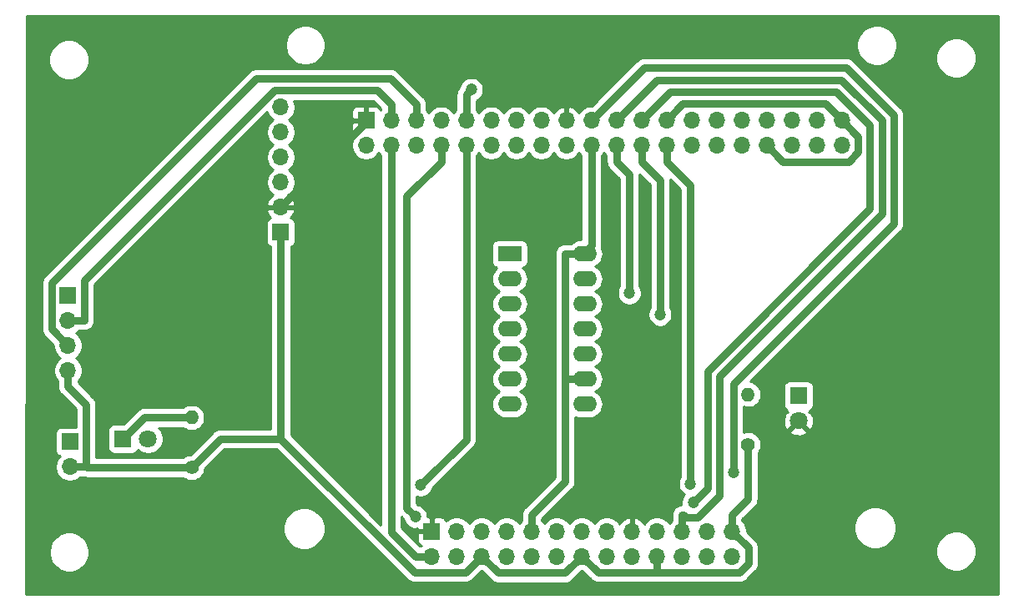
<source format=gbl>
G04 #@! TF.GenerationSoftware,KiCad,Pcbnew,(5.1.10)-1*
G04 #@! TF.CreationDate,2023-02-08T16:19:39+02:00*
G04 #@! TF.ProjectId,rpi_shieled_2,7270695f-7368-4696-956c-65645f322e6b,rev?*
G04 #@! TF.SameCoordinates,Original*
G04 #@! TF.FileFunction,Copper,L2,Bot*
G04 #@! TF.FilePolarity,Positive*
%FSLAX46Y46*%
G04 Gerber Fmt 4.6, Leading zero omitted, Abs format (unit mm)*
G04 Created by KiCad (PCBNEW (5.1.10)-1) date 2023-02-08 16:19:39*
%MOMM*%
%LPD*%
G01*
G04 APERTURE LIST*
G04 #@! TA.AperFunction,ComponentPad*
%ADD10R,1.800000X1.800000*%
G04 #@! TD*
G04 #@! TA.AperFunction,ComponentPad*
%ADD11C,1.800000*%
G04 #@! TD*
G04 #@! TA.AperFunction,ComponentPad*
%ADD12O,1.700000X1.700000*%
G04 #@! TD*
G04 #@! TA.AperFunction,ComponentPad*
%ADD13R,1.700000X1.700000*%
G04 #@! TD*
G04 #@! TA.AperFunction,ComponentPad*
%ADD14C,1.400000*%
G04 #@! TD*
G04 #@! TA.AperFunction,ComponentPad*
%ADD15O,1.400000X1.400000*%
G04 #@! TD*
G04 #@! TA.AperFunction,ComponentPad*
%ADD16O,2.400000X1.600000*%
G04 #@! TD*
G04 #@! TA.AperFunction,ComponentPad*
%ADD17R,2.400000X1.600000*%
G04 #@! TD*
G04 #@! TA.AperFunction,ViaPad*
%ADD18C,1.200000*%
G04 #@! TD*
G04 #@! TA.AperFunction,Conductor*
%ADD19C,0.800000*%
G04 #@! TD*
G04 #@! TA.AperFunction,Conductor*
%ADD20C,0.254000*%
G04 #@! TD*
G04 #@! TA.AperFunction,Conductor*
%ADD21C,0.100000*%
G04 #@! TD*
G04 APERTURE END LIST*
D10*
X178650000Y-109110000D03*
D11*
X178650000Y-111650000D03*
X112660000Y-113470000D03*
D10*
X110120000Y-113470000D03*
D12*
X183030000Y-83690000D03*
X183030000Y-81150000D03*
X180490000Y-83690000D03*
X180490000Y-81150000D03*
X177950000Y-83690000D03*
X177950000Y-81150000D03*
X175410000Y-83690000D03*
X175410000Y-81150000D03*
X172870000Y-83690000D03*
X172870000Y-81150000D03*
X170330000Y-83690000D03*
X170330000Y-81150000D03*
X167790000Y-83690000D03*
X167790000Y-81150000D03*
X165250000Y-83690000D03*
X165250000Y-81150000D03*
X162710000Y-83690000D03*
X162710000Y-81150000D03*
X160170000Y-83690000D03*
X160170000Y-81150000D03*
X157630000Y-83690000D03*
X157630000Y-81150000D03*
X155090000Y-83690000D03*
X155090000Y-81150000D03*
X152550000Y-83690000D03*
X152550000Y-81150000D03*
X150010000Y-83690000D03*
X150010000Y-81150000D03*
X147470000Y-83690000D03*
X147470000Y-81150000D03*
X144930000Y-83690000D03*
X144930000Y-81150000D03*
X142390000Y-83690000D03*
X142390000Y-81150000D03*
X139850000Y-83690000D03*
X139850000Y-81150000D03*
X137310000Y-83690000D03*
X137310000Y-81150000D03*
X134770000Y-83690000D03*
D13*
X134770000Y-81150000D03*
D12*
X104530000Y-106530000D03*
X104530000Y-103990000D03*
X104530000Y-101450000D03*
D13*
X104530000Y-98910000D03*
D12*
X104720000Y-116310000D03*
D13*
X104720000Y-113770000D03*
D12*
X126120000Y-79810000D03*
X126120000Y-82350000D03*
X126120000Y-84890000D03*
X126120000Y-87430000D03*
X126120000Y-89970000D03*
D13*
X126120000Y-92510000D03*
D12*
X171900000Y-125380000D03*
X171900000Y-122840000D03*
X169360000Y-125380000D03*
X169360000Y-122840000D03*
X166820000Y-125380000D03*
X166820000Y-122840000D03*
X164280000Y-125380000D03*
X164280000Y-122840000D03*
X161740000Y-125380000D03*
X161740000Y-122840000D03*
X159200000Y-125380000D03*
X159200000Y-122840000D03*
X156660000Y-125380000D03*
X156660000Y-122840000D03*
X154120000Y-125380000D03*
X154120000Y-122840000D03*
X151580000Y-125380000D03*
X151580000Y-122840000D03*
X149040000Y-125380000D03*
X149040000Y-122840000D03*
X146500000Y-125380000D03*
X146500000Y-122840000D03*
X143960000Y-125380000D03*
X143960000Y-122840000D03*
X141420000Y-125380000D03*
D13*
X141420000Y-122840000D03*
D14*
X173530000Y-114040000D03*
D15*
X173530000Y-108960000D03*
X117070000Y-111310000D03*
D14*
X117070000Y-116390000D03*
D16*
X156970000Y-94690000D03*
X149350000Y-109930000D03*
X156970000Y-97230000D03*
X149350000Y-107390000D03*
X156970000Y-99770000D03*
X149350000Y-104850000D03*
X156970000Y-102310000D03*
X149350000Y-102310000D03*
X156970000Y-104850000D03*
X149350000Y-99770000D03*
X156970000Y-107390000D03*
X149350000Y-97230000D03*
X156970000Y-109930000D03*
D17*
X149350000Y-94690000D03*
D18*
X145447100Y-78034500D03*
X139767600Y-121346500D03*
X140327000Y-118134200D03*
X172015600Y-116873100D03*
X161486800Y-98692300D03*
X167975600Y-119909700D03*
X164598100Y-100870100D03*
X167685900Y-118055800D03*
D19*
X126120000Y-89970000D02*
X134770000Y-81320000D01*
X134770000Y-81320000D02*
X134770000Y-81150000D01*
X117070000Y-111310000D02*
X112280000Y-111310000D01*
X112280000Y-111310000D02*
X110120000Y-113470000D01*
X137310000Y-85340300D02*
X137310000Y-122920300D01*
X137310000Y-122920300D02*
X139769700Y-125380000D01*
X137310000Y-83690000D02*
X137310000Y-85340300D01*
X141420000Y-125380000D02*
X139769700Y-125380000D01*
X137310000Y-81150000D02*
X137310000Y-79499700D01*
X104530000Y-101450000D02*
X106180300Y-101450000D01*
X106180300Y-101450000D02*
X106180300Y-97407700D01*
X106180300Y-97407700D02*
X125458900Y-78129100D01*
X125458900Y-78129100D02*
X135939400Y-78129100D01*
X135939400Y-78129100D02*
X137310000Y-79499700D01*
X139850000Y-81150000D02*
X139850000Y-79499700D01*
X104530000Y-103990000D02*
X102879600Y-102339600D01*
X102879600Y-102339600D02*
X102879600Y-97669100D01*
X102879600Y-97669100D02*
X123622500Y-76926200D01*
X123622500Y-76926200D02*
X137276500Y-76926200D01*
X137276500Y-76926200D02*
X139850000Y-79499700D01*
X156740400Y-94690000D02*
X157630000Y-93800400D01*
X157630000Y-93800400D02*
X157630000Y-83690000D01*
X156970000Y-94690000D02*
X156740400Y-94690000D01*
X156555100Y-94690000D02*
X156740400Y-94690000D01*
X156555100Y-94690000D02*
X154969700Y-94690000D01*
X154969700Y-107390000D02*
X154969700Y-94690000D01*
X155269800Y-107390000D02*
X154969700Y-107390000D01*
X154969700Y-107390000D02*
X154969700Y-117800000D01*
X154969700Y-117800000D02*
X151580000Y-121189700D01*
X156660000Y-125380000D02*
X154973400Y-127066600D01*
X154973400Y-127066600D02*
X148186600Y-127066600D01*
X148186600Y-127066600D02*
X146500000Y-125380000D01*
X146500000Y-125380000D02*
X144845000Y-127035000D01*
X144845000Y-127035000D02*
X139674200Y-127035000D01*
X139674200Y-127035000D02*
X126120000Y-113480800D01*
X164280000Y-127030300D02*
X158310300Y-127030300D01*
X158310300Y-127030300D02*
X156660000Y-125380000D01*
X106370300Y-116310000D02*
X106370300Y-110020600D01*
X106370300Y-110020600D02*
X104530000Y-108180300D01*
X117070000Y-116390000D02*
X106450300Y-116390000D01*
X106450300Y-116390000D02*
X106370300Y-116310000D01*
X104530000Y-106530000D02*
X104530000Y-108180300D01*
X175410000Y-83690000D02*
X177060600Y-85340600D01*
X177060600Y-85340600D02*
X183720600Y-85340600D01*
X183720600Y-85340600D02*
X184694900Y-84366300D01*
X184694900Y-84366300D02*
X184694900Y-82814900D01*
X184694900Y-82814900D02*
X183030000Y-81150000D01*
X171900000Y-121189700D02*
X173530000Y-119559700D01*
X173530000Y-119559700D02*
X173530000Y-114040000D01*
X126120000Y-113480800D02*
X126120000Y-92510000D01*
X117070000Y-116390000D02*
X119979200Y-113480800D01*
X119979200Y-113480800D02*
X126120000Y-113480800D01*
X171900000Y-122840000D02*
X171900000Y-121189700D01*
X156970000Y-107390000D02*
X155269800Y-107390000D01*
X151580000Y-122840000D02*
X151580000Y-121189700D01*
X104720000Y-116310000D02*
X106370300Y-116310000D01*
X171900000Y-122840000D02*
X173586000Y-124526000D01*
X173586000Y-124526000D02*
X173586000Y-126096900D01*
X173586000Y-126096900D02*
X172652600Y-127030300D01*
X172652600Y-127030300D02*
X164280000Y-127030300D01*
X164280000Y-125380000D02*
X164280000Y-127030300D01*
X144930000Y-81150000D02*
X144930000Y-78551600D01*
X144930000Y-78551600D02*
X145447100Y-78034500D01*
X165250000Y-81150000D02*
X166932900Y-79467100D01*
X166932900Y-79467100D02*
X181347100Y-79467100D01*
X181347100Y-79467100D02*
X183030000Y-81150000D01*
X142390000Y-83690000D02*
X142390000Y-85340300D01*
X142390000Y-85340300D02*
X138888000Y-88842300D01*
X138888000Y-88842300D02*
X138888000Y-120466900D01*
X138888000Y-120466900D02*
X139767600Y-121346500D01*
X140327000Y-118134200D02*
X144930000Y-113531200D01*
X144930000Y-113531200D02*
X144930000Y-83690000D01*
X157630000Y-81150000D02*
X162957700Y-75822300D01*
X162957700Y-75822300D02*
X183522800Y-75822300D01*
X183522800Y-75822300D02*
X188313200Y-80612700D01*
X188313200Y-80612700D02*
X188313200Y-91620900D01*
X188313200Y-91620900D02*
X172015600Y-107918500D01*
X172015600Y-107918500D02*
X172015600Y-116873100D01*
X166820000Y-121189700D02*
X166952100Y-121189700D01*
X166952100Y-121189700D02*
X167234000Y-121471600D01*
X167234000Y-121471600D02*
X168394100Y-121471600D01*
X168394100Y-121471600D02*
X170592700Y-119273000D01*
X170592700Y-119273000D02*
X170592700Y-107122300D01*
X170592700Y-107122300D02*
X187095600Y-90619400D01*
X187095600Y-90619400D02*
X187095600Y-81118900D01*
X187095600Y-81118900D02*
X183007500Y-77030800D01*
X183007500Y-77030800D02*
X164289200Y-77030800D01*
X164289200Y-77030800D02*
X160170000Y-81150000D01*
X166820000Y-122840000D02*
X166820000Y-121189700D01*
X160170000Y-85340300D02*
X161486800Y-86657100D01*
X161486800Y-86657100D02*
X161486800Y-98692300D01*
X160170000Y-83690000D02*
X160170000Y-85340300D01*
X162710000Y-81150000D02*
X165628900Y-78231100D01*
X165628900Y-78231100D02*
X182510300Y-78231100D01*
X182510300Y-78231100D02*
X185895300Y-81616100D01*
X185895300Y-81616100D02*
X185895300Y-90122200D01*
X185895300Y-90122200D02*
X169392400Y-106625100D01*
X169392400Y-106625100D02*
X169392400Y-118492900D01*
X169392400Y-118492900D02*
X167975600Y-119909700D01*
X162710000Y-83690000D02*
X162710000Y-85340300D01*
X164598100Y-100870100D02*
X164598100Y-87228400D01*
X164598100Y-87228400D02*
X162710000Y-85340300D01*
X165250000Y-83690000D02*
X165250000Y-85340300D01*
X167685900Y-118055800D02*
X167685900Y-87776200D01*
X167685900Y-87776200D02*
X165250000Y-85340300D01*
D20*
X198935001Y-129225069D02*
X100236509Y-129234932D01*
X100246223Y-124757858D01*
X102607614Y-124757858D01*
X102607614Y-125162142D01*
X102686486Y-125558659D01*
X102841199Y-125932170D01*
X103065807Y-126268320D01*
X103351680Y-126554193D01*
X103687830Y-126778801D01*
X104061341Y-126933514D01*
X104457858Y-127012386D01*
X104862142Y-127012386D01*
X105258659Y-126933514D01*
X105632170Y-126778801D01*
X105968320Y-126554193D01*
X106254193Y-126268320D01*
X106478801Y-125932170D01*
X106633514Y-125558659D01*
X106712386Y-125162142D01*
X106712386Y-124757858D01*
X106633514Y-124361341D01*
X106478801Y-123987830D01*
X106254193Y-123651680D01*
X105968320Y-123365807D01*
X105632170Y-123141199D01*
X105258659Y-122986486D01*
X104862142Y-122907614D01*
X104457858Y-122907614D01*
X104061341Y-122986486D01*
X103687830Y-123141199D01*
X103351680Y-123365807D01*
X103065807Y-123651680D01*
X102841199Y-123987830D01*
X102686486Y-124361341D01*
X102607614Y-124757858D01*
X100246223Y-124757858D01*
X100251450Y-122348993D01*
X126337613Y-122348993D01*
X126337613Y-122771007D01*
X126419944Y-123184911D01*
X126581441Y-123574801D01*
X126815899Y-123925692D01*
X127114308Y-124224101D01*
X127465199Y-124458559D01*
X127855089Y-124620056D01*
X128268993Y-124702387D01*
X128691007Y-124702387D01*
X129104911Y-124620056D01*
X129494801Y-124458559D01*
X129845692Y-124224101D01*
X130144101Y-123925692D01*
X130378559Y-123574801D01*
X130540056Y-123184911D01*
X130622387Y-122771007D01*
X130622387Y-122348993D01*
X130540056Y-121935089D01*
X130378559Y-121545199D01*
X130144101Y-121194308D01*
X129845692Y-120895899D01*
X129494801Y-120661441D01*
X129104911Y-120499944D01*
X128691007Y-120417613D01*
X128268993Y-120417613D01*
X127855089Y-120499944D01*
X127465199Y-120661441D01*
X127114308Y-120895899D01*
X126815899Y-121194308D01*
X126581441Y-121545199D01*
X126419944Y-121935089D01*
X126337613Y-122348993D01*
X100251450Y-122348993D01*
X100305004Y-97669100D01*
X101839594Y-97669100D01*
X101844601Y-97719938D01*
X101844600Y-102288772D01*
X101839594Y-102339600D01*
X101844600Y-102390428D01*
X101844600Y-102390437D01*
X101859576Y-102542494D01*
X101918759Y-102737592D01*
X102014866Y-102917397D01*
X102144204Y-103074996D01*
X102183697Y-103107407D01*
X103045000Y-103968711D01*
X103045000Y-104136260D01*
X103102068Y-104423158D01*
X103214010Y-104693411D01*
X103376525Y-104936632D01*
X103583368Y-105143475D01*
X103757760Y-105260000D01*
X103583368Y-105376525D01*
X103376525Y-105583368D01*
X103214010Y-105826589D01*
X103102068Y-106096842D01*
X103045000Y-106383740D01*
X103045000Y-106676260D01*
X103102068Y-106963158D01*
X103214010Y-107233411D01*
X103376525Y-107476632D01*
X103495001Y-107595108D01*
X103495001Y-108129463D01*
X103489994Y-108180300D01*
X103509977Y-108383195D01*
X103569160Y-108578293D01*
X103665266Y-108758097D01*
X103762197Y-108876207D01*
X103794605Y-108915696D01*
X103834092Y-108948102D01*
X105335301Y-110449312D01*
X105335301Y-112281928D01*
X103870000Y-112281928D01*
X103745518Y-112294188D01*
X103625820Y-112330498D01*
X103515506Y-112389463D01*
X103418815Y-112468815D01*
X103339463Y-112565506D01*
X103280498Y-112675820D01*
X103244188Y-112795518D01*
X103231928Y-112920000D01*
X103231928Y-114620000D01*
X103244188Y-114744482D01*
X103280498Y-114864180D01*
X103339463Y-114974494D01*
X103418815Y-115071185D01*
X103515506Y-115150537D01*
X103625820Y-115209502D01*
X103698380Y-115231513D01*
X103566525Y-115363368D01*
X103404010Y-115606589D01*
X103292068Y-115876842D01*
X103235000Y-116163740D01*
X103235000Y-116456260D01*
X103292068Y-116743158D01*
X103404010Y-117013411D01*
X103566525Y-117256632D01*
X103773368Y-117463475D01*
X104016589Y-117625990D01*
X104286842Y-117737932D01*
X104573740Y-117795000D01*
X104866260Y-117795000D01*
X105153158Y-117737932D01*
X105423411Y-117625990D01*
X105666632Y-117463475D01*
X105785107Y-117345000D01*
X106041379Y-117345000D01*
X106052307Y-117350841D01*
X106247405Y-117410024D01*
X106399462Y-117425000D01*
X106399471Y-117425000D01*
X106450299Y-117430006D01*
X106501127Y-117425000D01*
X116217025Y-117425000D01*
X116218987Y-117426962D01*
X116437641Y-117573061D01*
X116680595Y-117673696D01*
X116938514Y-117725000D01*
X117201486Y-117725000D01*
X117459405Y-117673696D01*
X117702359Y-117573061D01*
X117921013Y-117426962D01*
X118106962Y-117241013D01*
X118253061Y-117022359D01*
X118353696Y-116779405D01*
X118405000Y-116521486D01*
X118405000Y-116518710D01*
X120407911Y-114515800D01*
X125691290Y-114515800D01*
X138906397Y-127730908D01*
X138938804Y-127770396D01*
X139096403Y-127899734D01*
X139276207Y-127995841D01*
X139471305Y-128055024D01*
X139623362Y-128070000D01*
X139623371Y-128070000D01*
X139674199Y-128075006D01*
X139725027Y-128070000D01*
X144794172Y-128070000D01*
X144845000Y-128075006D01*
X144895828Y-128070000D01*
X144895838Y-128070000D01*
X145047895Y-128055024D01*
X145242993Y-127995841D01*
X145422797Y-127899734D01*
X145580396Y-127770396D01*
X145612807Y-127730903D01*
X146478711Y-126865000D01*
X146521290Y-126865000D01*
X147418797Y-127762508D01*
X147451204Y-127801996D01*
X147490692Y-127834403D01*
X147608802Y-127931334D01*
X147788606Y-128027441D01*
X147834015Y-128041215D01*
X147983705Y-128086624D01*
X148135762Y-128101600D01*
X148135765Y-128101600D01*
X148186600Y-128106607D01*
X148237435Y-128101600D01*
X154922572Y-128101600D01*
X154973400Y-128106606D01*
X155024228Y-128101600D01*
X155024238Y-128101600D01*
X155176295Y-128086624D01*
X155371393Y-128027441D01*
X155551197Y-127931334D01*
X155708796Y-127801996D01*
X155741207Y-127762503D01*
X156638711Y-126865000D01*
X156681290Y-126865000D01*
X157542497Y-127726208D01*
X157574904Y-127765696D01*
X157614392Y-127798103D01*
X157732502Y-127895034D01*
X157828609Y-127946404D01*
X157912307Y-127991141D01*
X158107405Y-128050324D01*
X158259462Y-128065300D01*
X158259465Y-128065300D01*
X158310300Y-128070307D01*
X158361135Y-128065300D01*
X164229162Y-128065300D01*
X164280000Y-128070307D01*
X164330838Y-128065300D01*
X172601772Y-128065300D01*
X172652600Y-128070306D01*
X172703428Y-128065300D01*
X172703438Y-128065300D01*
X172855495Y-128050324D01*
X173050593Y-127991141D01*
X173230397Y-127895034D01*
X173387996Y-127765696D01*
X173420407Y-127726203D01*
X174281908Y-126864703D01*
X174321396Y-126832296D01*
X174365298Y-126778801D01*
X174450734Y-126674698D01*
X174502104Y-126578591D01*
X174546841Y-126494893D01*
X174606024Y-126299795D01*
X174621000Y-126147738D01*
X174621000Y-126147736D01*
X174626007Y-126096900D01*
X174621000Y-126046065D01*
X174621000Y-124667858D01*
X192577614Y-124667858D01*
X192577614Y-125072142D01*
X192656486Y-125468659D01*
X192811199Y-125842170D01*
X193035807Y-126178320D01*
X193321680Y-126464193D01*
X193657830Y-126688801D01*
X194031341Y-126843514D01*
X194427858Y-126922386D01*
X194832142Y-126922386D01*
X195228659Y-126843514D01*
X195602170Y-126688801D01*
X195938320Y-126464193D01*
X196224193Y-126178320D01*
X196448801Y-125842170D01*
X196603514Y-125468659D01*
X196682386Y-125072142D01*
X196682386Y-124667858D01*
X196603514Y-124271341D01*
X196448801Y-123897830D01*
X196224193Y-123561680D01*
X195938320Y-123275807D01*
X195602170Y-123051199D01*
X195228659Y-122896486D01*
X194832142Y-122817614D01*
X194427858Y-122817614D01*
X194031341Y-122896486D01*
X193657830Y-123051199D01*
X193321680Y-123275807D01*
X193035807Y-123561680D01*
X192811199Y-123897830D01*
X192656486Y-124271341D01*
X192577614Y-124667858D01*
X174621000Y-124667858D01*
X174621000Y-124576827D01*
X174626006Y-124525999D01*
X174621000Y-124475171D01*
X174621000Y-124475162D01*
X174606024Y-124323105D01*
X174546841Y-124128007D01*
X174502104Y-124044309D01*
X174450734Y-123948202D01*
X174353803Y-123830092D01*
X174321396Y-123790604D01*
X174281908Y-123758197D01*
X173385000Y-122861290D01*
X173385000Y-122693740D01*
X173327932Y-122406842D01*
X173274080Y-122276830D01*
X184255648Y-122276830D01*
X184255648Y-122703170D01*
X184338823Y-123121318D01*
X184501976Y-123515205D01*
X184738838Y-123869694D01*
X185040306Y-124171162D01*
X185394795Y-124408024D01*
X185788682Y-124571177D01*
X186206830Y-124654352D01*
X186633170Y-124654352D01*
X187051318Y-124571177D01*
X187445205Y-124408024D01*
X187799694Y-124171162D01*
X188101162Y-123869694D01*
X188338024Y-123515205D01*
X188501177Y-123121318D01*
X188584352Y-122703170D01*
X188584352Y-122276830D01*
X188501177Y-121858682D01*
X188338024Y-121464795D01*
X188101162Y-121110306D01*
X187799694Y-120808838D01*
X187445205Y-120571976D01*
X187051318Y-120408823D01*
X186633170Y-120325648D01*
X186206830Y-120325648D01*
X185788682Y-120408823D01*
X185394795Y-120571976D01*
X185040306Y-120808838D01*
X184738838Y-121110306D01*
X184501976Y-121464795D01*
X184338823Y-121858682D01*
X184255648Y-122276830D01*
X173274080Y-122276830D01*
X173215990Y-122136589D01*
X173053475Y-121893368D01*
X172935000Y-121774893D01*
X172935000Y-121618410D01*
X174225908Y-120327503D01*
X174265396Y-120295096D01*
X174315667Y-120233841D01*
X174394734Y-120137498D01*
X174490840Y-119957694D01*
X174490841Y-119957693D01*
X174550024Y-119762595D01*
X174565000Y-119610538D01*
X174565000Y-119610529D01*
X174570006Y-119559701D01*
X174565000Y-119508873D01*
X174565000Y-114892975D01*
X174566962Y-114891013D01*
X174713061Y-114672359D01*
X174813696Y-114429405D01*
X174865000Y-114171486D01*
X174865000Y-113908514D01*
X174813696Y-113650595D01*
X174713061Y-113407641D01*
X174566962Y-113188987D01*
X174381013Y-113003038D01*
X174162359Y-112856939D01*
X173919405Y-112756304D01*
X173707134Y-112714080D01*
X177765525Y-112714080D01*
X177849208Y-112968261D01*
X178121775Y-113099158D01*
X178414642Y-113174365D01*
X178716553Y-113190991D01*
X179015907Y-113148397D01*
X179301199Y-113048222D01*
X179450792Y-112968261D01*
X179534475Y-112714080D01*
X178650000Y-111829605D01*
X177765525Y-112714080D01*
X173707134Y-112714080D01*
X173661486Y-112705000D01*
X173398514Y-112705000D01*
X173140595Y-112756304D01*
X173050600Y-112793581D01*
X173050600Y-111716553D01*
X177109009Y-111716553D01*
X177151603Y-112015907D01*
X177251778Y-112301199D01*
X177331739Y-112450792D01*
X177585920Y-112534475D01*
X178470395Y-111650000D01*
X178456253Y-111635858D01*
X178635858Y-111456253D01*
X178650000Y-111470395D01*
X178664143Y-111456253D01*
X178843748Y-111635858D01*
X178829605Y-111650000D01*
X179714080Y-112534475D01*
X179968261Y-112450792D01*
X180099158Y-112178225D01*
X180174365Y-111885358D01*
X180190991Y-111583447D01*
X180148397Y-111284093D01*
X180048222Y-110998801D01*
X179968261Y-110849208D01*
X179714082Y-110765526D01*
X179830030Y-110649578D01*
X179783265Y-110602813D01*
X179794180Y-110599502D01*
X179904494Y-110540537D01*
X180001185Y-110461185D01*
X180080537Y-110364494D01*
X180139502Y-110254180D01*
X180175812Y-110134482D01*
X180188072Y-110010000D01*
X180188072Y-108210000D01*
X180175812Y-108085518D01*
X180139502Y-107965820D01*
X180080537Y-107855506D01*
X180001185Y-107758815D01*
X179904494Y-107679463D01*
X179794180Y-107620498D01*
X179674482Y-107584188D01*
X179550000Y-107571928D01*
X177750000Y-107571928D01*
X177625518Y-107584188D01*
X177505820Y-107620498D01*
X177395506Y-107679463D01*
X177298815Y-107758815D01*
X177219463Y-107855506D01*
X177160498Y-107965820D01*
X177124188Y-108085518D01*
X177111928Y-108210000D01*
X177111928Y-110010000D01*
X177124188Y-110134482D01*
X177160498Y-110254180D01*
X177219463Y-110364494D01*
X177298815Y-110461185D01*
X177395506Y-110540537D01*
X177505820Y-110599502D01*
X177516735Y-110602813D01*
X177469970Y-110649578D01*
X177585918Y-110765526D01*
X177331739Y-110849208D01*
X177200842Y-111121775D01*
X177125635Y-111414642D01*
X177109009Y-111716553D01*
X173050600Y-111716553D01*
X173050600Y-110206419D01*
X173140595Y-110243696D01*
X173398514Y-110295000D01*
X173661486Y-110295000D01*
X173919405Y-110243696D01*
X174162359Y-110143061D01*
X174381013Y-109996962D01*
X174566962Y-109811013D01*
X174713061Y-109592359D01*
X174813696Y-109349405D01*
X174865000Y-109091486D01*
X174865000Y-108828514D01*
X174813696Y-108570595D01*
X174713061Y-108327641D01*
X174566962Y-108108987D01*
X174381013Y-107923038D01*
X174162359Y-107776939D01*
X173919405Y-107676304D01*
X173754340Y-107643470D01*
X189009108Y-92388703D01*
X189048596Y-92356296D01*
X189088966Y-92307105D01*
X189177934Y-92198698D01*
X189274040Y-92018894D01*
X189274041Y-92018893D01*
X189333224Y-91823795D01*
X189348200Y-91671738D01*
X189348200Y-91671736D01*
X189353207Y-91620900D01*
X189348200Y-91570065D01*
X189348200Y-80663535D01*
X189353207Y-80612700D01*
X189346018Y-80539706D01*
X189333224Y-80409805D01*
X189274041Y-80214707D01*
X189200701Y-80077497D01*
X189177934Y-80034902D01*
X189081003Y-79916792D01*
X189048596Y-79877304D01*
X189009108Y-79844897D01*
X184290607Y-75126397D01*
X184258196Y-75086904D01*
X184100597Y-74957566D01*
X183920793Y-74861459D01*
X183725695Y-74802276D01*
X183573638Y-74787300D01*
X183573628Y-74787300D01*
X183522800Y-74782294D01*
X183471972Y-74787300D01*
X163008535Y-74787300D01*
X162957700Y-74782293D01*
X162906865Y-74787300D01*
X162906862Y-74787300D01*
X162754805Y-74802276D01*
X162605115Y-74847685D01*
X162559706Y-74861459D01*
X162379902Y-74957566D01*
X162279849Y-75039678D01*
X162222304Y-75086904D01*
X162189897Y-75126392D01*
X157651290Y-79665000D01*
X157483740Y-79665000D01*
X157196842Y-79722068D01*
X156926589Y-79834010D01*
X156683368Y-79996525D01*
X156476525Y-80203368D01*
X156354805Y-80385534D01*
X156285178Y-80268645D01*
X156090269Y-80052412D01*
X155856920Y-79878359D01*
X155594099Y-79753175D01*
X155446890Y-79708524D01*
X155217000Y-79829845D01*
X155217000Y-81023000D01*
X155237000Y-81023000D01*
X155237000Y-81277000D01*
X155217000Y-81277000D01*
X155217000Y-81297000D01*
X154963000Y-81297000D01*
X154963000Y-81277000D01*
X154943000Y-81277000D01*
X154943000Y-81023000D01*
X154963000Y-81023000D01*
X154963000Y-79829845D01*
X154733110Y-79708524D01*
X154585901Y-79753175D01*
X154323080Y-79878359D01*
X154089731Y-80052412D01*
X153894822Y-80268645D01*
X153825195Y-80385534D01*
X153703475Y-80203368D01*
X153496632Y-79996525D01*
X153253411Y-79834010D01*
X152983158Y-79722068D01*
X152696260Y-79665000D01*
X152403740Y-79665000D01*
X152116842Y-79722068D01*
X151846589Y-79834010D01*
X151603368Y-79996525D01*
X151396525Y-80203368D01*
X151280000Y-80377760D01*
X151163475Y-80203368D01*
X150956632Y-79996525D01*
X150713411Y-79834010D01*
X150443158Y-79722068D01*
X150156260Y-79665000D01*
X149863740Y-79665000D01*
X149576842Y-79722068D01*
X149306589Y-79834010D01*
X149063368Y-79996525D01*
X148856525Y-80203368D01*
X148740000Y-80377760D01*
X148623475Y-80203368D01*
X148416632Y-79996525D01*
X148173411Y-79834010D01*
X147903158Y-79722068D01*
X147616260Y-79665000D01*
X147323740Y-79665000D01*
X147036842Y-79722068D01*
X146766589Y-79834010D01*
X146523368Y-79996525D01*
X146316525Y-80203368D01*
X146200000Y-80377760D01*
X146083475Y-80203368D01*
X145965000Y-80084893D01*
X145965000Y-79156733D01*
X146032092Y-79128943D01*
X146234367Y-78993787D01*
X146406387Y-78821767D01*
X146541543Y-78619492D01*
X146634640Y-78394736D01*
X146682100Y-78156137D01*
X146682100Y-77912863D01*
X146634640Y-77674264D01*
X146541543Y-77449508D01*
X146406387Y-77247233D01*
X146234367Y-77075213D01*
X146032092Y-76940057D01*
X145807336Y-76846960D01*
X145568737Y-76799500D01*
X145325463Y-76799500D01*
X145086864Y-76846960D01*
X144862108Y-76940057D01*
X144659833Y-77075213D01*
X144487813Y-77247233D01*
X144352657Y-77449508D01*
X144259560Y-77674264D01*
X144238686Y-77779204D01*
X144234093Y-77783797D01*
X144194605Y-77816204D01*
X144162198Y-77855692D01*
X144162197Y-77855693D01*
X144065266Y-77973803D01*
X143969160Y-78153607D01*
X143909977Y-78348705D01*
X143889994Y-78551600D01*
X143895001Y-78602438D01*
X143895000Y-80084893D01*
X143776525Y-80203368D01*
X143660000Y-80377760D01*
X143543475Y-80203368D01*
X143336632Y-79996525D01*
X143093411Y-79834010D01*
X142823158Y-79722068D01*
X142536260Y-79665000D01*
X142243740Y-79665000D01*
X141956842Y-79722068D01*
X141686589Y-79834010D01*
X141443368Y-79996525D01*
X141236525Y-80203368D01*
X141120000Y-80377760D01*
X141003475Y-80203368D01*
X140885000Y-80084893D01*
X140885000Y-79550535D01*
X140890007Y-79499700D01*
X140881796Y-79416334D01*
X140870024Y-79296805D01*
X140810841Y-79101707D01*
X140810841Y-79101706D01*
X140714734Y-78921902D01*
X140617803Y-78803792D01*
X140585396Y-78764304D01*
X140545908Y-78731897D01*
X138044307Y-76230297D01*
X138011896Y-76190804D01*
X137854297Y-76061466D01*
X137674493Y-75965359D01*
X137479395Y-75906176D01*
X137327338Y-75891200D01*
X137327328Y-75891200D01*
X137276500Y-75886194D01*
X137225672Y-75891200D01*
X123673335Y-75891200D01*
X123622500Y-75886193D01*
X123571665Y-75891200D01*
X123571662Y-75891200D01*
X123419605Y-75906176D01*
X123269915Y-75951585D01*
X123224506Y-75965359D01*
X123044702Y-76061466D01*
X122951056Y-76138320D01*
X122887104Y-76190804D01*
X122854697Y-76230292D01*
X102183693Y-96901297D01*
X102144205Y-96933704D01*
X102111798Y-96973192D01*
X102111797Y-96973193D01*
X102014866Y-97091303D01*
X101918760Y-97271107D01*
X101859577Y-97466205D01*
X101839594Y-97669100D01*
X100305004Y-97669100D01*
X100354633Y-74797858D01*
X102565298Y-74797858D01*
X102565298Y-75202142D01*
X102644170Y-75598659D01*
X102798883Y-75972170D01*
X103023491Y-76308320D01*
X103309364Y-76594193D01*
X103645514Y-76818801D01*
X104019025Y-76973514D01*
X104415542Y-77052386D01*
X104819826Y-77052386D01*
X105216343Y-76973514D01*
X105589854Y-76818801D01*
X105926004Y-76594193D01*
X106211877Y-76308320D01*
X106436485Y-75972170D01*
X106591198Y-75598659D01*
X106670070Y-75202142D01*
X106670070Y-74797858D01*
X106591198Y-74401341D01*
X106436485Y-74027830D01*
X106211877Y-73691680D01*
X105926004Y-73405807D01*
X105794379Y-73317858D01*
X126567614Y-73317858D01*
X126567614Y-73722142D01*
X126646486Y-74118659D01*
X126801199Y-74492170D01*
X127025807Y-74828320D01*
X127311680Y-75114193D01*
X127647830Y-75338801D01*
X128021341Y-75493514D01*
X128417858Y-75572386D01*
X128822142Y-75572386D01*
X129218659Y-75493514D01*
X129592170Y-75338801D01*
X129928320Y-75114193D01*
X130214193Y-74828320D01*
X130438801Y-74492170D01*
X130593514Y-74118659D01*
X130672386Y-73722142D01*
X130672386Y-73335841D01*
X184527140Y-73335841D01*
X184527140Y-73744159D01*
X184606799Y-74144631D01*
X184763055Y-74521868D01*
X184989904Y-74861371D01*
X185278629Y-75150096D01*
X185618132Y-75376945D01*
X185995369Y-75533201D01*
X186395841Y-75612860D01*
X186804159Y-75612860D01*
X187204631Y-75533201D01*
X187581868Y-75376945D01*
X187921371Y-75150096D01*
X188210096Y-74861371D01*
X188366124Y-74627858D01*
X192577614Y-74627858D01*
X192577614Y-75032142D01*
X192656486Y-75428659D01*
X192811199Y-75802170D01*
X193035807Y-76138320D01*
X193321680Y-76424193D01*
X193657830Y-76648801D01*
X194031341Y-76803514D01*
X194427858Y-76882386D01*
X194832142Y-76882386D01*
X195228659Y-76803514D01*
X195602170Y-76648801D01*
X195938320Y-76424193D01*
X196224193Y-76138320D01*
X196448801Y-75802170D01*
X196603514Y-75428659D01*
X196682386Y-75032142D01*
X196682386Y-74627858D01*
X196603514Y-74231341D01*
X196448801Y-73857830D01*
X196224193Y-73521680D01*
X195938320Y-73235807D01*
X195602170Y-73011199D01*
X195228659Y-72856486D01*
X194832142Y-72777614D01*
X194427858Y-72777614D01*
X194031341Y-72856486D01*
X193657830Y-73011199D01*
X193321680Y-73235807D01*
X193035807Y-73521680D01*
X192811199Y-73857830D01*
X192656486Y-74231341D01*
X192577614Y-74627858D01*
X188366124Y-74627858D01*
X188436945Y-74521868D01*
X188593201Y-74144631D01*
X188672860Y-73744159D01*
X188672860Y-73335841D01*
X188593201Y-72935369D01*
X188436945Y-72558132D01*
X188210096Y-72218629D01*
X187921371Y-71929904D01*
X187581868Y-71703055D01*
X187204631Y-71546799D01*
X186804159Y-71467140D01*
X186395841Y-71467140D01*
X185995369Y-71546799D01*
X185618132Y-71703055D01*
X185278629Y-71929904D01*
X184989904Y-72218629D01*
X184763055Y-72558132D01*
X184606799Y-72935369D01*
X184527140Y-73335841D01*
X130672386Y-73335841D01*
X130672386Y-73317858D01*
X130593514Y-72921341D01*
X130438801Y-72547830D01*
X130214193Y-72211680D01*
X129928320Y-71925807D01*
X129592170Y-71701199D01*
X129218659Y-71546486D01*
X128822142Y-71467614D01*
X128417858Y-71467614D01*
X128021341Y-71546486D01*
X127647830Y-71701199D01*
X127311680Y-71925807D01*
X127025807Y-72211680D01*
X126801199Y-72547830D01*
X126646486Y-72921341D01*
X126567614Y-73317858D01*
X105794379Y-73317858D01*
X105589854Y-73181199D01*
X105216343Y-73026486D01*
X104819826Y-72947614D01*
X104415542Y-72947614D01*
X104019025Y-73026486D01*
X103645514Y-73181199D01*
X103309364Y-73405807D01*
X103023491Y-73691680D01*
X102798883Y-74027830D01*
X102644170Y-74401341D01*
X102565298Y-74797858D01*
X100354633Y-74797858D01*
X100363819Y-70565000D01*
X198935000Y-70565000D01*
X198935001Y-129225069D01*
G04 #@! TA.AperFunction,Conductor*
D21*
G36*
X198935001Y-129225069D02*
G01*
X100236509Y-129234932D01*
X100246223Y-124757858D01*
X102607614Y-124757858D01*
X102607614Y-125162142D01*
X102686486Y-125558659D01*
X102841199Y-125932170D01*
X103065807Y-126268320D01*
X103351680Y-126554193D01*
X103687830Y-126778801D01*
X104061341Y-126933514D01*
X104457858Y-127012386D01*
X104862142Y-127012386D01*
X105258659Y-126933514D01*
X105632170Y-126778801D01*
X105968320Y-126554193D01*
X106254193Y-126268320D01*
X106478801Y-125932170D01*
X106633514Y-125558659D01*
X106712386Y-125162142D01*
X106712386Y-124757858D01*
X106633514Y-124361341D01*
X106478801Y-123987830D01*
X106254193Y-123651680D01*
X105968320Y-123365807D01*
X105632170Y-123141199D01*
X105258659Y-122986486D01*
X104862142Y-122907614D01*
X104457858Y-122907614D01*
X104061341Y-122986486D01*
X103687830Y-123141199D01*
X103351680Y-123365807D01*
X103065807Y-123651680D01*
X102841199Y-123987830D01*
X102686486Y-124361341D01*
X102607614Y-124757858D01*
X100246223Y-124757858D01*
X100251450Y-122348993D01*
X126337613Y-122348993D01*
X126337613Y-122771007D01*
X126419944Y-123184911D01*
X126581441Y-123574801D01*
X126815899Y-123925692D01*
X127114308Y-124224101D01*
X127465199Y-124458559D01*
X127855089Y-124620056D01*
X128268993Y-124702387D01*
X128691007Y-124702387D01*
X129104911Y-124620056D01*
X129494801Y-124458559D01*
X129845692Y-124224101D01*
X130144101Y-123925692D01*
X130378559Y-123574801D01*
X130540056Y-123184911D01*
X130622387Y-122771007D01*
X130622387Y-122348993D01*
X130540056Y-121935089D01*
X130378559Y-121545199D01*
X130144101Y-121194308D01*
X129845692Y-120895899D01*
X129494801Y-120661441D01*
X129104911Y-120499944D01*
X128691007Y-120417613D01*
X128268993Y-120417613D01*
X127855089Y-120499944D01*
X127465199Y-120661441D01*
X127114308Y-120895899D01*
X126815899Y-121194308D01*
X126581441Y-121545199D01*
X126419944Y-121935089D01*
X126337613Y-122348993D01*
X100251450Y-122348993D01*
X100305004Y-97669100D01*
X101839594Y-97669100D01*
X101844601Y-97719938D01*
X101844600Y-102288772D01*
X101839594Y-102339600D01*
X101844600Y-102390428D01*
X101844600Y-102390437D01*
X101859576Y-102542494D01*
X101918759Y-102737592D01*
X102014866Y-102917397D01*
X102144204Y-103074996D01*
X102183697Y-103107407D01*
X103045000Y-103968711D01*
X103045000Y-104136260D01*
X103102068Y-104423158D01*
X103214010Y-104693411D01*
X103376525Y-104936632D01*
X103583368Y-105143475D01*
X103757760Y-105260000D01*
X103583368Y-105376525D01*
X103376525Y-105583368D01*
X103214010Y-105826589D01*
X103102068Y-106096842D01*
X103045000Y-106383740D01*
X103045000Y-106676260D01*
X103102068Y-106963158D01*
X103214010Y-107233411D01*
X103376525Y-107476632D01*
X103495001Y-107595108D01*
X103495001Y-108129463D01*
X103489994Y-108180300D01*
X103509977Y-108383195D01*
X103569160Y-108578293D01*
X103665266Y-108758097D01*
X103762197Y-108876207D01*
X103794605Y-108915696D01*
X103834092Y-108948102D01*
X105335301Y-110449312D01*
X105335301Y-112281928D01*
X103870000Y-112281928D01*
X103745518Y-112294188D01*
X103625820Y-112330498D01*
X103515506Y-112389463D01*
X103418815Y-112468815D01*
X103339463Y-112565506D01*
X103280498Y-112675820D01*
X103244188Y-112795518D01*
X103231928Y-112920000D01*
X103231928Y-114620000D01*
X103244188Y-114744482D01*
X103280498Y-114864180D01*
X103339463Y-114974494D01*
X103418815Y-115071185D01*
X103515506Y-115150537D01*
X103625820Y-115209502D01*
X103698380Y-115231513D01*
X103566525Y-115363368D01*
X103404010Y-115606589D01*
X103292068Y-115876842D01*
X103235000Y-116163740D01*
X103235000Y-116456260D01*
X103292068Y-116743158D01*
X103404010Y-117013411D01*
X103566525Y-117256632D01*
X103773368Y-117463475D01*
X104016589Y-117625990D01*
X104286842Y-117737932D01*
X104573740Y-117795000D01*
X104866260Y-117795000D01*
X105153158Y-117737932D01*
X105423411Y-117625990D01*
X105666632Y-117463475D01*
X105785107Y-117345000D01*
X106041379Y-117345000D01*
X106052307Y-117350841D01*
X106247405Y-117410024D01*
X106399462Y-117425000D01*
X106399471Y-117425000D01*
X106450299Y-117430006D01*
X106501127Y-117425000D01*
X116217025Y-117425000D01*
X116218987Y-117426962D01*
X116437641Y-117573061D01*
X116680595Y-117673696D01*
X116938514Y-117725000D01*
X117201486Y-117725000D01*
X117459405Y-117673696D01*
X117702359Y-117573061D01*
X117921013Y-117426962D01*
X118106962Y-117241013D01*
X118253061Y-117022359D01*
X118353696Y-116779405D01*
X118405000Y-116521486D01*
X118405000Y-116518710D01*
X120407911Y-114515800D01*
X125691290Y-114515800D01*
X138906397Y-127730908D01*
X138938804Y-127770396D01*
X139096403Y-127899734D01*
X139276207Y-127995841D01*
X139471305Y-128055024D01*
X139623362Y-128070000D01*
X139623371Y-128070000D01*
X139674199Y-128075006D01*
X139725027Y-128070000D01*
X144794172Y-128070000D01*
X144845000Y-128075006D01*
X144895828Y-128070000D01*
X144895838Y-128070000D01*
X145047895Y-128055024D01*
X145242993Y-127995841D01*
X145422797Y-127899734D01*
X145580396Y-127770396D01*
X145612807Y-127730903D01*
X146478711Y-126865000D01*
X146521290Y-126865000D01*
X147418797Y-127762508D01*
X147451204Y-127801996D01*
X147490692Y-127834403D01*
X147608802Y-127931334D01*
X147788606Y-128027441D01*
X147834015Y-128041215D01*
X147983705Y-128086624D01*
X148135762Y-128101600D01*
X148135765Y-128101600D01*
X148186600Y-128106607D01*
X148237435Y-128101600D01*
X154922572Y-128101600D01*
X154973400Y-128106606D01*
X155024228Y-128101600D01*
X155024238Y-128101600D01*
X155176295Y-128086624D01*
X155371393Y-128027441D01*
X155551197Y-127931334D01*
X155708796Y-127801996D01*
X155741207Y-127762503D01*
X156638711Y-126865000D01*
X156681290Y-126865000D01*
X157542497Y-127726208D01*
X157574904Y-127765696D01*
X157614392Y-127798103D01*
X157732502Y-127895034D01*
X157828609Y-127946404D01*
X157912307Y-127991141D01*
X158107405Y-128050324D01*
X158259462Y-128065300D01*
X158259465Y-128065300D01*
X158310300Y-128070307D01*
X158361135Y-128065300D01*
X164229162Y-128065300D01*
X164280000Y-128070307D01*
X164330838Y-128065300D01*
X172601772Y-128065300D01*
X172652600Y-128070306D01*
X172703428Y-128065300D01*
X172703438Y-128065300D01*
X172855495Y-128050324D01*
X173050593Y-127991141D01*
X173230397Y-127895034D01*
X173387996Y-127765696D01*
X173420407Y-127726203D01*
X174281908Y-126864703D01*
X174321396Y-126832296D01*
X174365298Y-126778801D01*
X174450734Y-126674698D01*
X174502104Y-126578591D01*
X174546841Y-126494893D01*
X174606024Y-126299795D01*
X174621000Y-126147738D01*
X174621000Y-126147736D01*
X174626007Y-126096900D01*
X174621000Y-126046065D01*
X174621000Y-124667858D01*
X192577614Y-124667858D01*
X192577614Y-125072142D01*
X192656486Y-125468659D01*
X192811199Y-125842170D01*
X193035807Y-126178320D01*
X193321680Y-126464193D01*
X193657830Y-126688801D01*
X194031341Y-126843514D01*
X194427858Y-126922386D01*
X194832142Y-126922386D01*
X195228659Y-126843514D01*
X195602170Y-126688801D01*
X195938320Y-126464193D01*
X196224193Y-126178320D01*
X196448801Y-125842170D01*
X196603514Y-125468659D01*
X196682386Y-125072142D01*
X196682386Y-124667858D01*
X196603514Y-124271341D01*
X196448801Y-123897830D01*
X196224193Y-123561680D01*
X195938320Y-123275807D01*
X195602170Y-123051199D01*
X195228659Y-122896486D01*
X194832142Y-122817614D01*
X194427858Y-122817614D01*
X194031341Y-122896486D01*
X193657830Y-123051199D01*
X193321680Y-123275807D01*
X193035807Y-123561680D01*
X192811199Y-123897830D01*
X192656486Y-124271341D01*
X192577614Y-124667858D01*
X174621000Y-124667858D01*
X174621000Y-124576827D01*
X174626006Y-124525999D01*
X174621000Y-124475171D01*
X174621000Y-124475162D01*
X174606024Y-124323105D01*
X174546841Y-124128007D01*
X174502104Y-124044309D01*
X174450734Y-123948202D01*
X174353803Y-123830092D01*
X174321396Y-123790604D01*
X174281908Y-123758197D01*
X173385000Y-122861290D01*
X173385000Y-122693740D01*
X173327932Y-122406842D01*
X173274080Y-122276830D01*
X184255648Y-122276830D01*
X184255648Y-122703170D01*
X184338823Y-123121318D01*
X184501976Y-123515205D01*
X184738838Y-123869694D01*
X185040306Y-124171162D01*
X185394795Y-124408024D01*
X185788682Y-124571177D01*
X186206830Y-124654352D01*
X186633170Y-124654352D01*
X187051318Y-124571177D01*
X187445205Y-124408024D01*
X187799694Y-124171162D01*
X188101162Y-123869694D01*
X188338024Y-123515205D01*
X188501177Y-123121318D01*
X188584352Y-122703170D01*
X188584352Y-122276830D01*
X188501177Y-121858682D01*
X188338024Y-121464795D01*
X188101162Y-121110306D01*
X187799694Y-120808838D01*
X187445205Y-120571976D01*
X187051318Y-120408823D01*
X186633170Y-120325648D01*
X186206830Y-120325648D01*
X185788682Y-120408823D01*
X185394795Y-120571976D01*
X185040306Y-120808838D01*
X184738838Y-121110306D01*
X184501976Y-121464795D01*
X184338823Y-121858682D01*
X184255648Y-122276830D01*
X173274080Y-122276830D01*
X173215990Y-122136589D01*
X173053475Y-121893368D01*
X172935000Y-121774893D01*
X172935000Y-121618410D01*
X174225908Y-120327503D01*
X174265396Y-120295096D01*
X174315667Y-120233841D01*
X174394734Y-120137498D01*
X174490840Y-119957694D01*
X174490841Y-119957693D01*
X174550024Y-119762595D01*
X174565000Y-119610538D01*
X174565000Y-119610529D01*
X174570006Y-119559701D01*
X174565000Y-119508873D01*
X174565000Y-114892975D01*
X174566962Y-114891013D01*
X174713061Y-114672359D01*
X174813696Y-114429405D01*
X174865000Y-114171486D01*
X174865000Y-113908514D01*
X174813696Y-113650595D01*
X174713061Y-113407641D01*
X174566962Y-113188987D01*
X174381013Y-113003038D01*
X174162359Y-112856939D01*
X173919405Y-112756304D01*
X173707134Y-112714080D01*
X177765525Y-112714080D01*
X177849208Y-112968261D01*
X178121775Y-113099158D01*
X178414642Y-113174365D01*
X178716553Y-113190991D01*
X179015907Y-113148397D01*
X179301199Y-113048222D01*
X179450792Y-112968261D01*
X179534475Y-112714080D01*
X178650000Y-111829605D01*
X177765525Y-112714080D01*
X173707134Y-112714080D01*
X173661486Y-112705000D01*
X173398514Y-112705000D01*
X173140595Y-112756304D01*
X173050600Y-112793581D01*
X173050600Y-111716553D01*
X177109009Y-111716553D01*
X177151603Y-112015907D01*
X177251778Y-112301199D01*
X177331739Y-112450792D01*
X177585920Y-112534475D01*
X178470395Y-111650000D01*
X178456253Y-111635858D01*
X178635858Y-111456253D01*
X178650000Y-111470395D01*
X178664143Y-111456253D01*
X178843748Y-111635858D01*
X178829605Y-111650000D01*
X179714080Y-112534475D01*
X179968261Y-112450792D01*
X180099158Y-112178225D01*
X180174365Y-111885358D01*
X180190991Y-111583447D01*
X180148397Y-111284093D01*
X180048222Y-110998801D01*
X179968261Y-110849208D01*
X179714082Y-110765526D01*
X179830030Y-110649578D01*
X179783265Y-110602813D01*
X179794180Y-110599502D01*
X179904494Y-110540537D01*
X180001185Y-110461185D01*
X180080537Y-110364494D01*
X180139502Y-110254180D01*
X180175812Y-110134482D01*
X180188072Y-110010000D01*
X180188072Y-108210000D01*
X180175812Y-108085518D01*
X180139502Y-107965820D01*
X180080537Y-107855506D01*
X180001185Y-107758815D01*
X179904494Y-107679463D01*
X179794180Y-107620498D01*
X179674482Y-107584188D01*
X179550000Y-107571928D01*
X177750000Y-107571928D01*
X177625518Y-107584188D01*
X177505820Y-107620498D01*
X177395506Y-107679463D01*
X177298815Y-107758815D01*
X177219463Y-107855506D01*
X177160498Y-107965820D01*
X177124188Y-108085518D01*
X177111928Y-108210000D01*
X177111928Y-110010000D01*
X177124188Y-110134482D01*
X177160498Y-110254180D01*
X177219463Y-110364494D01*
X177298815Y-110461185D01*
X177395506Y-110540537D01*
X177505820Y-110599502D01*
X177516735Y-110602813D01*
X177469970Y-110649578D01*
X177585918Y-110765526D01*
X177331739Y-110849208D01*
X177200842Y-111121775D01*
X177125635Y-111414642D01*
X177109009Y-111716553D01*
X173050600Y-111716553D01*
X173050600Y-110206419D01*
X173140595Y-110243696D01*
X173398514Y-110295000D01*
X173661486Y-110295000D01*
X173919405Y-110243696D01*
X174162359Y-110143061D01*
X174381013Y-109996962D01*
X174566962Y-109811013D01*
X174713061Y-109592359D01*
X174813696Y-109349405D01*
X174865000Y-109091486D01*
X174865000Y-108828514D01*
X174813696Y-108570595D01*
X174713061Y-108327641D01*
X174566962Y-108108987D01*
X174381013Y-107923038D01*
X174162359Y-107776939D01*
X173919405Y-107676304D01*
X173754340Y-107643470D01*
X189009108Y-92388703D01*
X189048596Y-92356296D01*
X189088966Y-92307105D01*
X189177934Y-92198698D01*
X189274040Y-92018894D01*
X189274041Y-92018893D01*
X189333224Y-91823795D01*
X189348200Y-91671738D01*
X189348200Y-91671736D01*
X189353207Y-91620900D01*
X189348200Y-91570065D01*
X189348200Y-80663535D01*
X189353207Y-80612700D01*
X189346018Y-80539706D01*
X189333224Y-80409805D01*
X189274041Y-80214707D01*
X189200701Y-80077497D01*
X189177934Y-80034902D01*
X189081003Y-79916792D01*
X189048596Y-79877304D01*
X189009108Y-79844897D01*
X184290607Y-75126397D01*
X184258196Y-75086904D01*
X184100597Y-74957566D01*
X183920793Y-74861459D01*
X183725695Y-74802276D01*
X183573638Y-74787300D01*
X183573628Y-74787300D01*
X183522800Y-74782294D01*
X183471972Y-74787300D01*
X163008535Y-74787300D01*
X162957700Y-74782293D01*
X162906865Y-74787300D01*
X162906862Y-74787300D01*
X162754805Y-74802276D01*
X162605115Y-74847685D01*
X162559706Y-74861459D01*
X162379902Y-74957566D01*
X162279849Y-75039678D01*
X162222304Y-75086904D01*
X162189897Y-75126392D01*
X157651290Y-79665000D01*
X157483740Y-79665000D01*
X157196842Y-79722068D01*
X156926589Y-79834010D01*
X156683368Y-79996525D01*
X156476525Y-80203368D01*
X156354805Y-80385534D01*
X156285178Y-80268645D01*
X156090269Y-80052412D01*
X155856920Y-79878359D01*
X155594099Y-79753175D01*
X155446890Y-79708524D01*
X155217000Y-79829845D01*
X155217000Y-81023000D01*
X155237000Y-81023000D01*
X155237000Y-81277000D01*
X155217000Y-81277000D01*
X155217000Y-81297000D01*
X154963000Y-81297000D01*
X154963000Y-81277000D01*
X154943000Y-81277000D01*
X154943000Y-81023000D01*
X154963000Y-81023000D01*
X154963000Y-79829845D01*
X154733110Y-79708524D01*
X154585901Y-79753175D01*
X154323080Y-79878359D01*
X154089731Y-80052412D01*
X153894822Y-80268645D01*
X153825195Y-80385534D01*
X153703475Y-80203368D01*
X153496632Y-79996525D01*
X153253411Y-79834010D01*
X152983158Y-79722068D01*
X152696260Y-79665000D01*
X152403740Y-79665000D01*
X152116842Y-79722068D01*
X151846589Y-79834010D01*
X151603368Y-79996525D01*
X151396525Y-80203368D01*
X151280000Y-80377760D01*
X151163475Y-80203368D01*
X150956632Y-79996525D01*
X150713411Y-79834010D01*
X150443158Y-79722068D01*
X150156260Y-79665000D01*
X149863740Y-79665000D01*
X149576842Y-79722068D01*
X149306589Y-79834010D01*
X149063368Y-79996525D01*
X148856525Y-80203368D01*
X148740000Y-80377760D01*
X148623475Y-80203368D01*
X148416632Y-79996525D01*
X148173411Y-79834010D01*
X147903158Y-79722068D01*
X147616260Y-79665000D01*
X147323740Y-79665000D01*
X147036842Y-79722068D01*
X146766589Y-79834010D01*
X146523368Y-79996525D01*
X146316525Y-80203368D01*
X146200000Y-80377760D01*
X146083475Y-80203368D01*
X145965000Y-80084893D01*
X145965000Y-79156733D01*
X146032092Y-79128943D01*
X146234367Y-78993787D01*
X146406387Y-78821767D01*
X146541543Y-78619492D01*
X146634640Y-78394736D01*
X146682100Y-78156137D01*
X146682100Y-77912863D01*
X146634640Y-77674264D01*
X146541543Y-77449508D01*
X146406387Y-77247233D01*
X146234367Y-77075213D01*
X146032092Y-76940057D01*
X145807336Y-76846960D01*
X145568737Y-76799500D01*
X145325463Y-76799500D01*
X145086864Y-76846960D01*
X144862108Y-76940057D01*
X144659833Y-77075213D01*
X144487813Y-77247233D01*
X144352657Y-77449508D01*
X144259560Y-77674264D01*
X144238686Y-77779204D01*
X144234093Y-77783797D01*
X144194605Y-77816204D01*
X144162198Y-77855692D01*
X144162197Y-77855693D01*
X144065266Y-77973803D01*
X143969160Y-78153607D01*
X143909977Y-78348705D01*
X143889994Y-78551600D01*
X143895001Y-78602438D01*
X143895000Y-80084893D01*
X143776525Y-80203368D01*
X143660000Y-80377760D01*
X143543475Y-80203368D01*
X143336632Y-79996525D01*
X143093411Y-79834010D01*
X142823158Y-79722068D01*
X142536260Y-79665000D01*
X142243740Y-79665000D01*
X141956842Y-79722068D01*
X141686589Y-79834010D01*
X141443368Y-79996525D01*
X141236525Y-80203368D01*
X141120000Y-80377760D01*
X141003475Y-80203368D01*
X140885000Y-80084893D01*
X140885000Y-79550535D01*
X140890007Y-79499700D01*
X140881796Y-79416334D01*
X140870024Y-79296805D01*
X140810841Y-79101707D01*
X140810841Y-79101706D01*
X140714734Y-78921902D01*
X140617803Y-78803792D01*
X140585396Y-78764304D01*
X140545908Y-78731897D01*
X138044307Y-76230297D01*
X138011896Y-76190804D01*
X137854297Y-76061466D01*
X137674493Y-75965359D01*
X137479395Y-75906176D01*
X137327338Y-75891200D01*
X137327328Y-75891200D01*
X137276500Y-75886194D01*
X137225672Y-75891200D01*
X123673335Y-75891200D01*
X123622500Y-75886193D01*
X123571665Y-75891200D01*
X123571662Y-75891200D01*
X123419605Y-75906176D01*
X123269915Y-75951585D01*
X123224506Y-75965359D01*
X123044702Y-76061466D01*
X122951056Y-76138320D01*
X122887104Y-76190804D01*
X122854697Y-76230292D01*
X102183693Y-96901297D01*
X102144205Y-96933704D01*
X102111798Y-96973192D01*
X102111797Y-96973193D01*
X102014866Y-97091303D01*
X101918760Y-97271107D01*
X101859577Y-97466205D01*
X101839594Y-97669100D01*
X100305004Y-97669100D01*
X100354633Y-74797858D01*
X102565298Y-74797858D01*
X102565298Y-75202142D01*
X102644170Y-75598659D01*
X102798883Y-75972170D01*
X103023491Y-76308320D01*
X103309364Y-76594193D01*
X103645514Y-76818801D01*
X104019025Y-76973514D01*
X104415542Y-77052386D01*
X104819826Y-77052386D01*
X105216343Y-76973514D01*
X105589854Y-76818801D01*
X105926004Y-76594193D01*
X106211877Y-76308320D01*
X106436485Y-75972170D01*
X106591198Y-75598659D01*
X106670070Y-75202142D01*
X106670070Y-74797858D01*
X106591198Y-74401341D01*
X106436485Y-74027830D01*
X106211877Y-73691680D01*
X105926004Y-73405807D01*
X105794379Y-73317858D01*
X126567614Y-73317858D01*
X126567614Y-73722142D01*
X126646486Y-74118659D01*
X126801199Y-74492170D01*
X127025807Y-74828320D01*
X127311680Y-75114193D01*
X127647830Y-75338801D01*
X128021341Y-75493514D01*
X128417858Y-75572386D01*
X128822142Y-75572386D01*
X129218659Y-75493514D01*
X129592170Y-75338801D01*
X129928320Y-75114193D01*
X130214193Y-74828320D01*
X130438801Y-74492170D01*
X130593514Y-74118659D01*
X130672386Y-73722142D01*
X130672386Y-73335841D01*
X184527140Y-73335841D01*
X184527140Y-73744159D01*
X184606799Y-74144631D01*
X184763055Y-74521868D01*
X184989904Y-74861371D01*
X185278629Y-75150096D01*
X185618132Y-75376945D01*
X185995369Y-75533201D01*
X186395841Y-75612860D01*
X186804159Y-75612860D01*
X187204631Y-75533201D01*
X187581868Y-75376945D01*
X187921371Y-75150096D01*
X188210096Y-74861371D01*
X188366124Y-74627858D01*
X192577614Y-74627858D01*
X192577614Y-75032142D01*
X192656486Y-75428659D01*
X192811199Y-75802170D01*
X193035807Y-76138320D01*
X193321680Y-76424193D01*
X193657830Y-76648801D01*
X194031341Y-76803514D01*
X194427858Y-76882386D01*
X194832142Y-76882386D01*
X195228659Y-76803514D01*
X195602170Y-76648801D01*
X195938320Y-76424193D01*
X196224193Y-76138320D01*
X196448801Y-75802170D01*
X196603514Y-75428659D01*
X196682386Y-75032142D01*
X196682386Y-74627858D01*
X196603514Y-74231341D01*
X196448801Y-73857830D01*
X196224193Y-73521680D01*
X195938320Y-73235807D01*
X195602170Y-73011199D01*
X195228659Y-72856486D01*
X194832142Y-72777614D01*
X194427858Y-72777614D01*
X194031341Y-72856486D01*
X193657830Y-73011199D01*
X193321680Y-73235807D01*
X193035807Y-73521680D01*
X192811199Y-73857830D01*
X192656486Y-74231341D01*
X192577614Y-74627858D01*
X188366124Y-74627858D01*
X188436945Y-74521868D01*
X188593201Y-74144631D01*
X188672860Y-73744159D01*
X188672860Y-73335841D01*
X188593201Y-72935369D01*
X188436945Y-72558132D01*
X188210096Y-72218629D01*
X187921371Y-71929904D01*
X187581868Y-71703055D01*
X187204631Y-71546799D01*
X186804159Y-71467140D01*
X186395841Y-71467140D01*
X185995369Y-71546799D01*
X185618132Y-71703055D01*
X185278629Y-71929904D01*
X184989904Y-72218629D01*
X184763055Y-72558132D01*
X184606799Y-72935369D01*
X184527140Y-73335841D01*
X130672386Y-73335841D01*
X130672386Y-73317858D01*
X130593514Y-72921341D01*
X130438801Y-72547830D01*
X130214193Y-72211680D01*
X129928320Y-71925807D01*
X129592170Y-71701199D01*
X129218659Y-71546486D01*
X128822142Y-71467614D01*
X128417858Y-71467614D01*
X128021341Y-71546486D01*
X127647830Y-71701199D01*
X127311680Y-71925807D01*
X127025807Y-72211680D01*
X126801199Y-72547830D01*
X126646486Y-72921341D01*
X126567614Y-73317858D01*
X105794379Y-73317858D01*
X105589854Y-73181199D01*
X105216343Y-73026486D01*
X104819826Y-72947614D01*
X104415542Y-72947614D01*
X104019025Y-73026486D01*
X103645514Y-73181199D01*
X103309364Y-73405807D01*
X103023491Y-73691680D01*
X102798883Y-74027830D01*
X102644170Y-74401341D01*
X102565298Y-74797858D01*
X100354633Y-74797858D01*
X100363819Y-70565000D01*
X198935000Y-70565000D01*
X198935001Y-129225069D01*
G37*
G04 #@! TD.AperFunction*
D20*
X156476525Y-84636632D02*
X156595001Y-84755108D01*
X156595000Y-93255000D01*
X156499508Y-93255000D01*
X156288691Y-93275764D01*
X156018192Y-93357818D01*
X155768899Y-93491068D01*
X155569147Y-93655000D01*
X155020538Y-93655000D01*
X154969700Y-93649993D01*
X154918862Y-93655000D01*
X154766805Y-93669976D01*
X154571707Y-93729159D01*
X154391903Y-93825266D01*
X154234304Y-93954604D01*
X154104966Y-94112203D01*
X154008859Y-94292007D01*
X153949676Y-94487105D01*
X153929693Y-94690000D01*
X153934701Y-94740848D01*
X153934700Y-107339162D01*
X153929693Y-107390000D01*
X153934700Y-107440837D01*
X153934701Y-117371288D01*
X150884093Y-120421897D01*
X150844605Y-120454304D01*
X150812198Y-120493792D01*
X150812197Y-120493793D01*
X150715266Y-120611903D01*
X150619160Y-120791707D01*
X150559977Y-120986805D01*
X150539994Y-121189700D01*
X150545001Y-121240537D01*
X150545001Y-121774892D01*
X150426525Y-121893368D01*
X150310000Y-122067760D01*
X150193475Y-121893368D01*
X149986632Y-121686525D01*
X149743411Y-121524010D01*
X149473158Y-121412068D01*
X149186260Y-121355000D01*
X148893740Y-121355000D01*
X148606842Y-121412068D01*
X148336589Y-121524010D01*
X148093368Y-121686525D01*
X147886525Y-121893368D01*
X147770000Y-122067760D01*
X147653475Y-121893368D01*
X147446632Y-121686525D01*
X147203411Y-121524010D01*
X146933158Y-121412068D01*
X146646260Y-121355000D01*
X146353740Y-121355000D01*
X146066842Y-121412068D01*
X145796589Y-121524010D01*
X145553368Y-121686525D01*
X145346525Y-121893368D01*
X145230000Y-122067760D01*
X145113475Y-121893368D01*
X144906632Y-121686525D01*
X144663411Y-121524010D01*
X144393158Y-121412068D01*
X144106260Y-121355000D01*
X143813740Y-121355000D01*
X143526842Y-121412068D01*
X143256589Y-121524010D01*
X143013368Y-121686525D01*
X142881513Y-121818380D01*
X142859502Y-121745820D01*
X142800537Y-121635506D01*
X142721185Y-121538815D01*
X142624494Y-121459463D01*
X142514180Y-121400498D01*
X142394482Y-121364188D01*
X142270000Y-121351928D01*
X141705750Y-121355000D01*
X141547000Y-121513750D01*
X141547000Y-122713000D01*
X141567000Y-122713000D01*
X141567000Y-122967000D01*
X141547000Y-122967000D01*
X141547000Y-122987000D01*
X141293000Y-122987000D01*
X141293000Y-122967000D01*
X140093750Y-122967000D01*
X139935000Y-123125750D01*
X139931928Y-123690000D01*
X139944188Y-123814482D01*
X139980498Y-123934180D01*
X140039463Y-124044494D01*
X140118815Y-124141185D01*
X140215506Y-124220537D01*
X140325820Y-124279502D01*
X140398380Y-124301513D01*
X140354893Y-124345000D01*
X140198411Y-124345000D01*
X138345000Y-122491590D01*
X138345000Y-121387610D01*
X138559186Y-121601797D01*
X138580060Y-121706736D01*
X138673157Y-121931492D01*
X138808313Y-122133767D01*
X138980333Y-122305787D01*
X139182608Y-122440943D01*
X139407364Y-122534040D01*
X139645963Y-122581500D01*
X139889237Y-122581500D01*
X139950136Y-122569386D01*
X140093750Y-122713000D01*
X141293000Y-122713000D01*
X141293000Y-121513750D01*
X141134250Y-121355000D01*
X141002600Y-121354283D01*
X141002600Y-121224863D01*
X140955140Y-120986264D01*
X140862043Y-120761508D01*
X140726887Y-120559233D01*
X140554867Y-120387213D01*
X140352592Y-120252057D01*
X140127836Y-120158960D01*
X140022897Y-120138086D01*
X139923000Y-120038190D01*
X139923000Y-119303612D01*
X139966764Y-119321740D01*
X140205363Y-119369200D01*
X140448637Y-119369200D01*
X140687236Y-119321740D01*
X140911992Y-119228643D01*
X141114267Y-119093487D01*
X141286287Y-118921467D01*
X141421443Y-118719192D01*
X141514540Y-118494436D01*
X141535414Y-118389496D01*
X145625908Y-114299003D01*
X145665396Y-114266596D01*
X145706758Y-114216196D01*
X145794734Y-114108998D01*
X145890840Y-113929194D01*
X145890841Y-113929193D01*
X145950024Y-113734095D01*
X145965000Y-113582038D01*
X145965000Y-113582029D01*
X145970006Y-113531201D01*
X145965000Y-113480373D01*
X145965000Y-97230000D01*
X147508057Y-97230000D01*
X147535764Y-97511309D01*
X147617818Y-97781808D01*
X147751068Y-98031101D01*
X147930392Y-98249608D01*
X148148899Y-98428932D01*
X148281858Y-98500000D01*
X148148899Y-98571068D01*
X147930392Y-98750392D01*
X147751068Y-98968899D01*
X147617818Y-99218192D01*
X147535764Y-99488691D01*
X147508057Y-99770000D01*
X147535764Y-100051309D01*
X147617818Y-100321808D01*
X147751068Y-100571101D01*
X147930392Y-100789608D01*
X148148899Y-100968932D01*
X148281858Y-101040000D01*
X148148899Y-101111068D01*
X147930392Y-101290392D01*
X147751068Y-101508899D01*
X147617818Y-101758192D01*
X147535764Y-102028691D01*
X147508057Y-102310000D01*
X147535764Y-102591309D01*
X147617818Y-102861808D01*
X147751068Y-103111101D01*
X147930392Y-103329608D01*
X148148899Y-103508932D01*
X148281858Y-103580000D01*
X148148899Y-103651068D01*
X147930392Y-103830392D01*
X147751068Y-104048899D01*
X147617818Y-104298192D01*
X147535764Y-104568691D01*
X147508057Y-104850000D01*
X147535764Y-105131309D01*
X147617818Y-105401808D01*
X147751068Y-105651101D01*
X147930392Y-105869608D01*
X148148899Y-106048932D01*
X148281858Y-106120000D01*
X148148899Y-106191068D01*
X147930392Y-106370392D01*
X147751068Y-106588899D01*
X147617818Y-106838192D01*
X147535764Y-107108691D01*
X147508057Y-107390000D01*
X147535764Y-107671309D01*
X147617818Y-107941808D01*
X147751068Y-108191101D01*
X147930392Y-108409608D01*
X148148899Y-108588932D01*
X148281858Y-108660000D01*
X148148899Y-108731068D01*
X147930392Y-108910392D01*
X147751068Y-109128899D01*
X147617818Y-109378192D01*
X147535764Y-109648691D01*
X147508057Y-109930000D01*
X147535764Y-110211309D01*
X147617818Y-110481808D01*
X147751068Y-110731101D01*
X147930392Y-110949608D01*
X148148899Y-111128932D01*
X148398192Y-111262182D01*
X148668691Y-111344236D01*
X148879508Y-111365000D01*
X149820492Y-111365000D01*
X150031309Y-111344236D01*
X150301808Y-111262182D01*
X150551101Y-111128932D01*
X150769608Y-110949608D01*
X150948932Y-110731101D01*
X151082182Y-110481808D01*
X151164236Y-110211309D01*
X151191943Y-109930000D01*
X151164236Y-109648691D01*
X151082182Y-109378192D01*
X150948932Y-109128899D01*
X150769608Y-108910392D01*
X150551101Y-108731068D01*
X150418142Y-108660000D01*
X150551101Y-108588932D01*
X150769608Y-108409608D01*
X150948932Y-108191101D01*
X151082182Y-107941808D01*
X151164236Y-107671309D01*
X151191943Y-107390000D01*
X151164236Y-107108691D01*
X151082182Y-106838192D01*
X150948932Y-106588899D01*
X150769608Y-106370392D01*
X150551101Y-106191068D01*
X150418142Y-106120000D01*
X150551101Y-106048932D01*
X150769608Y-105869608D01*
X150948932Y-105651101D01*
X151082182Y-105401808D01*
X151164236Y-105131309D01*
X151191943Y-104850000D01*
X151164236Y-104568691D01*
X151082182Y-104298192D01*
X150948932Y-104048899D01*
X150769608Y-103830392D01*
X150551101Y-103651068D01*
X150418142Y-103580000D01*
X150551101Y-103508932D01*
X150769608Y-103329608D01*
X150948932Y-103111101D01*
X151082182Y-102861808D01*
X151164236Y-102591309D01*
X151191943Y-102310000D01*
X151164236Y-102028691D01*
X151082182Y-101758192D01*
X150948932Y-101508899D01*
X150769608Y-101290392D01*
X150551101Y-101111068D01*
X150418142Y-101040000D01*
X150551101Y-100968932D01*
X150769608Y-100789608D01*
X150948932Y-100571101D01*
X151082182Y-100321808D01*
X151164236Y-100051309D01*
X151191943Y-99770000D01*
X151164236Y-99488691D01*
X151082182Y-99218192D01*
X150948932Y-98968899D01*
X150769608Y-98750392D01*
X150551101Y-98571068D01*
X150418142Y-98500000D01*
X150551101Y-98428932D01*
X150769608Y-98249608D01*
X150948932Y-98031101D01*
X151082182Y-97781808D01*
X151164236Y-97511309D01*
X151191943Y-97230000D01*
X151164236Y-96948691D01*
X151082182Y-96678192D01*
X150948932Y-96428899D01*
X150769608Y-96210392D01*
X150656518Y-96117581D01*
X150674482Y-96115812D01*
X150794180Y-96079502D01*
X150904494Y-96020537D01*
X151001185Y-95941185D01*
X151080537Y-95844494D01*
X151139502Y-95734180D01*
X151175812Y-95614482D01*
X151188072Y-95490000D01*
X151188072Y-93890000D01*
X151175812Y-93765518D01*
X151139502Y-93645820D01*
X151080537Y-93535506D01*
X151001185Y-93438815D01*
X150904494Y-93359463D01*
X150794180Y-93300498D01*
X150674482Y-93264188D01*
X150550000Y-93251928D01*
X148150000Y-93251928D01*
X148025518Y-93264188D01*
X147905820Y-93300498D01*
X147795506Y-93359463D01*
X147698815Y-93438815D01*
X147619463Y-93535506D01*
X147560498Y-93645820D01*
X147524188Y-93765518D01*
X147511928Y-93890000D01*
X147511928Y-95490000D01*
X147524188Y-95614482D01*
X147560498Y-95734180D01*
X147619463Y-95844494D01*
X147698815Y-95941185D01*
X147795506Y-96020537D01*
X147905820Y-96079502D01*
X148025518Y-96115812D01*
X148043482Y-96117581D01*
X147930392Y-96210392D01*
X147751068Y-96428899D01*
X147617818Y-96678192D01*
X147535764Y-96948691D01*
X147508057Y-97230000D01*
X145965000Y-97230000D01*
X145965000Y-84755107D01*
X146083475Y-84636632D01*
X146200000Y-84462240D01*
X146316525Y-84636632D01*
X146523368Y-84843475D01*
X146766589Y-85005990D01*
X147036842Y-85117932D01*
X147323740Y-85175000D01*
X147616260Y-85175000D01*
X147903158Y-85117932D01*
X148173411Y-85005990D01*
X148416632Y-84843475D01*
X148623475Y-84636632D01*
X148740000Y-84462240D01*
X148856525Y-84636632D01*
X149063368Y-84843475D01*
X149306589Y-85005990D01*
X149576842Y-85117932D01*
X149863740Y-85175000D01*
X150156260Y-85175000D01*
X150443158Y-85117932D01*
X150713411Y-85005990D01*
X150956632Y-84843475D01*
X151163475Y-84636632D01*
X151280000Y-84462240D01*
X151396525Y-84636632D01*
X151603368Y-84843475D01*
X151846589Y-85005990D01*
X152116842Y-85117932D01*
X152403740Y-85175000D01*
X152696260Y-85175000D01*
X152983158Y-85117932D01*
X153253411Y-85005990D01*
X153496632Y-84843475D01*
X153703475Y-84636632D01*
X153820000Y-84462240D01*
X153936525Y-84636632D01*
X154143368Y-84843475D01*
X154386589Y-85005990D01*
X154656842Y-85117932D01*
X154943740Y-85175000D01*
X155236260Y-85175000D01*
X155523158Y-85117932D01*
X155793411Y-85005990D01*
X156036632Y-84843475D01*
X156243475Y-84636632D01*
X156360000Y-84462240D01*
X156476525Y-84636632D01*
G04 #@! TA.AperFunction,Conductor*
D21*
G36*
X156476525Y-84636632D02*
G01*
X156595001Y-84755108D01*
X156595000Y-93255000D01*
X156499508Y-93255000D01*
X156288691Y-93275764D01*
X156018192Y-93357818D01*
X155768899Y-93491068D01*
X155569147Y-93655000D01*
X155020538Y-93655000D01*
X154969700Y-93649993D01*
X154918862Y-93655000D01*
X154766805Y-93669976D01*
X154571707Y-93729159D01*
X154391903Y-93825266D01*
X154234304Y-93954604D01*
X154104966Y-94112203D01*
X154008859Y-94292007D01*
X153949676Y-94487105D01*
X153929693Y-94690000D01*
X153934701Y-94740848D01*
X153934700Y-107339162D01*
X153929693Y-107390000D01*
X153934700Y-107440837D01*
X153934701Y-117371288D01*
X150884093Y-120421897D01*
X150844605Y-120454304D01*
X150812198Y-120493792D01*
X150812197Y-120493793D01*
X150715266Y-120611903D01*
X150619160Y-120791707D01*
X150559977Y-120986805D01*
X150539994Y-121189700D01*
X150545001Y-121240537D01*
X150545001Y-121774892D01*
X150426525Y-121893368D01*
X150310000Y-122067760D01*
X150193475Y-121893368D01*
X149986632Y-121686525D01*
X149743411Y-121524010D01*
X149473158Y-121412068D01*
X149186260Y-121355000D01*
X148893740Y-121355000D01*
X148606842Y-121412068D01*
X148336589Y-121524010D01*
X148093368Y-121686525D01*
X147886525Y-121893368D01*
X147770000Y-122067760D01*
X147653475Y-121893368D01*
X147446632Y-121686525D01*
X147203411Y-121524010D01*
X146933158Y-121412068D01*
X146646260Y-121355000D01*
X146353740Y-121355000D01*
X146066842Y-121412068D01*
X145796589Y-121524010D01*
X145553368Y-121686525D01*
X145346525Y-121893368D01*
X145230000Y-122067760D01*
X145113475Y-121893368D01*
X144906632Y-121686525D01*
X144663411Y-121524010D01*
X144393158Y-121412068D01*
X144106260Y-121355000D01*
X143813740Y-121355000D01*
X143526842Y-121412068D01*
X143256589Y-121524010D01*
X143013368Y-121686525D01*
X142881513Y-121818380D01*
X142859502Y-121745820D01*
X142800537Y-121635506D01*
X142721185Y-121538815D01*
X142624494Y-121459463D01*
X142514180Y-121400498D01*
X142394482Y-121364188D01*
X142270000Y-121351928D01*
X141705750Y-121355000D01*
X141547000Y-121513750D01*
X141547000Y-122713000D01*
X141567000Y-122713000D01*
X141567000Y-122967000D01*
X141547000Y-122967000D01*
X141547000Y-122987000D01*
X141293000Y-122987000D01*
X141293000Y-122967000D01*
X140093750Y-122967000D01*
X139935000Y-123125750D01*
X139931928Y-123690000D01*
X139944188Y-123814482D01*
X139980498Y-123934180D01*
X140039463Y-124044494D01*
X140118815Y-124141185D01*
X140215506Y-124220537D01*
X140325820Y-124279502D01*
X140398380Y-124301513D01*
X140354893Y-124345000D01*
X140198411Y-124345000D01*
X138345000Y-122491590D01*
X138345000Y-121387610D01*
X138559186Y-121601797D01*
X138580060Y-121706736D01*
X138673157Y-121931492D01*
X138808313Y-122133767D01*
X138980333Y-122305787D01*
X139182608Y-122440943D01*
X139407364Y-122534040D01*
X139645963Y-122581500D01*
X139889237Y-122581500D01*
X139950136Y-122569386D01*
X140093750Y-122713000D01*
X141293000Y-122713000D01*
X141293000Y-121513750D01*
X141134250Y-121355000D01*
X141002600Y-121354283D01*
X141002600Y-121224863D01*
X140955140Y-120986264D01*
X140862043Y-120761508D01*
X140726887Y-120559233D01*
X140554867Y-120387213D01*
X140352592Y-120252057D01*
X140127836Y-120158960D01*
X140022897Y-120138086D01*
X139923000Y-120038190D01*
X139923000Y-119303612D01*
X139966764Y-119321740D01*
X140205363Y-119369200D01*
X140448637Y-119369200D01*
X140687236Y-119321740D01*
X140911992Y-119228643D01*
X141114267Y-119093487D01*
X141286287Y-118921467D01*
X141421443Y-118719192D01*
X141514540Y-118494436D01*
X141535414Y-118389496D01*
X145625908Y-114299003D01*
X145665396Y-114266596D01*
X145706758Y-114216196D01*
X145794734Y-114108998D01*
X145890840Y-113929194D01*
X145890841Y-113929193D01*
X145950024Y-113734095D01*
X145965000Y-113582038D01*
X145965000Y-113582029D01*
X145970006Y-113531201D01*
X145965000Y-113480373D01*
X145965000Y-97230000D01*
X147508057Y-97230000D01*
X147535764Y-97511309D01*
X147617818Y-97781808D01*
X147751068Y-98031101D01*
X147930392Y-98249608D01*
X148148899Y-98428932D01*
X148281858Y-98500000D01*
X148148899Y-98571068D01*
X147930392Y-98750392D01*
X147751068Y-98968899D01*
X147617818Y-99218192D01*
X147535764Y-99488691D01*
X147508057Y-99770000D01*
X147535764Y-100051309D01*
X147617818Y-100321808D01*
X147751068Y-100571101D01*
X147930392Y-100789608D01*
X148148899Y-100968932D01*
X148281858Y-101040000D01*
X148148899Y-101111068D01*
X147930392Y-101290392D01*
X147751068Y-101508899D01*
X147617818Y-101758192D01*
X147535764Y-102028691D01*
X147508057Y-102310000D01*
X147535764Y-102591309D01*
X147617818Y-102861808D01*
X147751068Y-103111101D01*
X147930392Y-103329608D01*
X148148899Y-103508932D01*
X148281858Y-103580000D01*
X148148899Y-103651068D01*
X147930392Y-103830392D01*
X147751068Y-104048899D01*
X147617818Y-104298192D01*
X147535764Y-104568691D01*
X147508057Y-104850000D01*
X147535764Y-105131309D01*
X147617818Y-105401808D01*
X147751068Y-105651101D01*
X147930392Y-105869608D01*
X148148899Y-106048932D01*
X148281858Y-106120000D01*
X148148899Y-106191068D01*
X147930392Y-106370392D01*
X147751068Y-106588899D01*
X147617818Y-106838192D01*
X147535764Y-107108691D01*
X147508057Y-107390000D01*
X147535764Y-107671309D01*
X147617818Y-107941808D01*
X147751068Y-108191101D01*
X147930392Y-108409608D01*
X148148899Y-108588932D01*
X148281858Y-108660000D01*
X148148899Y-108731068D01*
X147930392Y-108910392D01*
X147751068Y-109128899D01*
X147617818Y-109378192D01*
X147535764Y-109648691D01*
X147508057Y-109930000D01*
X147535764Y-110211309D01*
X147617818Y-110481808D01*
X147751068Y-110731101D01*
X147930392Y-110949608D01*
X148148899Y-111128932D01*
X148398192Y-111262182D01*
X148668691Y-111344236D01*
X148879508Y-111365000D01*
X149820492Y-111365000D01*
X150031309Y-111344236D01*
X150301808Y-111262182D01*
X150551101Y-111128932D01*
X150769608Y-110949608D01*
X150948932Y-110731101D01*
X151082182Y-110481808D01*
X151164236Y-110211309D01*
X151191943Y-109930000D01*
X151164236Y-109648691D01*
X151082182Y-109378192D01*
X150948932Y-109128899D01*
X150769608Y-108910392D01*
X150551101Y-108731068D01*
X150418142Y-108660000D01*
X150551101Y-108588932D01*
X150769608Y-108409608D01*
X150948932Y-108191101D01*
X151082182Y-107941808D01*
X151164236Y-107671309D01*
X151191943Y-107390000D01*
X151164236Y-107108691D01*
X151082182Y-106838192D01*
X150948932Y-106588899D01*
X150769608Y-106370392D01*
X150551101Y-106191068D01*
X150418142Y-106120000D01*
X150551101Y-106048932D01*
X150769608Y-105869608D01*
X150948932Y-105651101D01*
X151082182Y-105401808D01*
X151164236Y-105131309D01*
X151191943Y-104850000D01*
X151164236Y-104568691D01*
X151082182Y-104298192D01*
X150948932Y-104048899D01*
X150769608Y-103830392D01*
X150551101Y-103651068D01*
X150418142Y-103580000D01*
X150551101Y-103508932D01*
X150769608Y-103329608D01*
X150948932Y-103111101D01*
X151082182Y-102861808D01*
X151164236Y-102591309D01*
X151191943Y-102310000D01*
X151164236Y-102028691D01*
X151082182Y-101758192D01*
X150948932Y-101508899D01*
X150769608Y-101290392D01*
X150551101Y-101111068D01*
X150418142Y-101040000D01*
X150551101Y-100968932D01*
X150769608Y-100789608D01*
X150948932Y-100571101D01*
X151082182Y-100321808D01*
X151164236Y-100051309D01*
X151191943Y-99770000D01*
X151164236Y-99488691D01*
X151082182Y-99218192D01*
X150948932Y-98968899D01*
X150769608Y-98750392D01*
X150551101Y-98571068D01*
X150418142Y-98500000D01*
X150551101Y-98428932D01*
X150769608Y-98249608D01*
X150948932Y-98031101D01*
X151082182Y-97781808D01*
X151164236Y-97511309D01*
X151191943Y-97230000D01*
X151164236Y-96948691D01*
X151082182Y-96678192D01*
X150948932Y-96428899D01*
X150769608Y-96210392D01*
X150656518Y-96117581D01*
X150674482Y-96115812D01*
X150794180Y-96079502D01*
X150904494Y-96020537D01*
X151001185Y-95941185D01*
X151080537Y-95844494D01*
X151139502Y-95734180D01*
X151175812Y-95614482D01*
X151188072Y-95490000D01*
X151188072Y-93890000D01*
X151175812Y-93765518D01*
X151139502Y-93645820D01*
X151080537Y-93535506D01*
X151001185Y-93438815D01*
X150904494Y-93359463D01*
X150794180Y-93300498D01*
X150674482Y-93264188D01*
X150550000Y-93251928D01*
X148150000Y-93251928D01*
X148025518Y-93264188D01*
X147905820Y-93300498D01*
X147795506Y-93359463D01*
X147698815Y-93438815D01*
X147619463Y-93535506D01*
X147560498Y-93645820D01*
X147524188Y-93765518D01*
X147511928Y-93890000D01*
X147511928Y-95490000D01*
X147524188Y-95614482D01*
X147560498Y-95734180D01*
X147619463Y-95844494D01*
X147698815Y-95941185D01*
X147795506Y-96020537D01*
X147905820Y-96079502D01*
X148025518Y-96115812D01*
X148043482Y-96117581D01*
X147930392Y-96210392D01*
X147751068Y-96428899D01*
X147617818Y-96678192D01*
X147535764Y-96948691D01*
X147508057Y-97230000D01*
X145965000Y-97230000D01*
X145965000Y-84755107D01*
X146083475Y-84636632D01*
X146200000Y-84462240D01*
X146316525Y-84636632D01*
X146523368Y-84843475D01*
X146766589Y-85005990D01*
X147036842Y-85117932D01*
X147323740Y-85175000D01*
X147616260Y-85175000D01*
X147903158Y-85117932D01*
X148173411Y-85005990D01*
X148416632Y-84843475D01*
X148623475Y-84636632D01*
X148740000Y-84462240D01*
X148856525Y-84636632D01*
X149063368Y-84843475D01*
X149306589Y-85005990D01*
X149576842Y-85117932D01*
X149863740Y-85175000D01*
X150156260Y-85175000D01*
X150443158Y-85117932D01*
X150713411Y-85005990D01*
X150956632Y-84843475D01*
X151163475Y-84636632D01*
X151280000Y-84462240D01*
X151396525Y-84636632D01*
X151603368Y-84843475D01*
X151846589Y-85005990D01*
X152116842Y-85117932D01*
X152403740Y-85175000D01*
X152696260Y-85175000D01*
X152983158Y-85117932D01*
X153253411Y-85005990D01*
X153496632Y-84843475D01*
X153703475Y-84636632D01*
X153820000Y-84462240D01*
X153936525Y-84636632D01*
X154143368Y-84843475D01*
X154386589Y-85005990D01*
X154656842Y-85117932D01*
X154943740Y-85175000D01*
X155236260Y-85175000D01*
X155523158Y-85117932D01*
X155793411Y-85005990D01*
X156036632Y-84843475D01*
X156243475Y-84636632D01*
X156360000Y-84462240D01*
X156476525Y-84636632D01*
G37*
G04 #@! TD.AperFunction*
D20*
X159016525Y-84636632D02*
X159135001Y-84755108D01*
X159135001Y-85289462D01*
X159129994Y-85340300D01*
X159149977Y-85543195D01*
X159209160Y-85738293D01*
X159305266Y-85918097D01*
X159374180Y-86002068D01*
X159434605Y-86075696D01*
X159474092Y-86108102D01*
X160451800Y-87085811D01*
X160451801Y-98018344D01*
X160392357Y-98107308D01*
X160299260Y-98332064D01*
X160251800Y-98570663D01*
X160251800Y-98813937D01*
X160299260Y-99052536D01*
X160392357Y-99277292D01*
X160527513Y-99479567D01*
X160699533Y-99651587D01*
X160901808Y-99786743D01*
X161126564Y-99879840D01*
X161365163Y-99927300D01*
X161608437Y-99927300D01*
X161847036Y-99879840D01*
X162071792Y-99786743D01*
X162274067Y-99651587D01*
X162446087Y-99479567D01*
X162581243Y-99277292D01*
X162674340Y-99052536D01*
X162721800Y-98813937D01*
X162721800Y-98570663D01*
X162674340Y-98332064D01*
X162581243Y-98107308D01*
X162521800Y-98018345D01*
X162521800Y-86707927D01*
X162526806Y-86657099D01*
X162522842Y-86616852D01*
X163563101Y-87657112D01*
X163563100Y-100196145D01*
X163503657Y-100285108D01*
X163410560Y-100509864D01*
X163363100Y-100748463D01*
X163363100Y-100991737D01*
X163410560Y-101230336D01*
X163503657Y-101455092D01*
X163638813Y-101657367D01*
X163810833Y-101829387D01*
X164013108Y-101964543D01*
X164237864Y-102057640D01*
X164476463Y-102105100D01*
X164719737Y-102105100D01*
X164958336Y-102057640D01*
X165183092Y-101964543D01*
X165385367Y-101829387D01*
X165557387Y-101657367D01*
X165692543Y-101455092D01*
X165785640Y-101230336D01*
X165833100Y-100991737D01*
X165833100Y-100748463D01*
X165785640Y-100509864D01*
X165692543Y-100285108D01*
X165633100Y-100196145D01*
X165633100Y-87279235D01*
X165638107Y-87228400D01*
X165634143Y-87188153D01*
X166650901Y-88204912D01*
X166650900Y-117381845D01*
X166591457Y-117470808D01*
X166498360Y-117695564D01*
X166450900Y-117934163D01*
X166450900Y-118177437D01*
X166498360Y-118416036D01*
X166591457Y-118640792D01*
X166726613Y-118843067D01*
X166898633Y-119015087D01*
X167033526Y-119105220D01*
X167016313Y-119122433D01*
X166881157Y-119324708D01*
X166788060Y-119549464D01*
X166740600Y-119788063D01*
X166740600Y-120031337D01*
X166765216Y-120155089D01*
X166617105Y-120169676D01*
X166422007Y-120228859D01*
X166242203Y-120324966D01*
X166084604Y-120454304D01*
X165955266Y-120611903D01*
X165859159Y-120791707D01*
X165799976Y-120986805D01*
X165779993Y-121189700D01*
X165785001Y-121240548D01*
X165785001Y-121774892D01*
X165666525Y-121893368D01*
X165550000Y-122067760D01*
X165433475Y-121893368D01*
X165226632Y-121686525D01*
X164983411Y-121524010D01*
X164713158Y-121412068D01*
X164426260Y-121355000D01*
X164133740Y-121355000D01*
X163846842Y-121412068D01*
X163576589Y-121524010D01*
X163333368Y-121686525D01*
X163126525Y-121893368D01*
X163004805Y-122075534D01*
X162935178Y-121958645D01*
X162740269Y-121742412D01*
X162506920Y-121568359D01*
X162244099Y-121443175D01*
X162096890Y-121398524D01*
X161867000Y-121519845D01*
X161867000Y-122713000D01*
X161887000Y-122713000D01*
X161887000Y-122967000D01*
X161867000Y-122967000D01*
X161867000Y-122987000D01*
X161613000Y-122987000D01*
X161613000Y-122967000D01*
X161593000Y-122967000D01*
X161593000Y-122713000D01*
X161613000Y-122713000D01*
X161613000Y-121519845D01*
X161383110Y-121398524D01*
X161235901Y-121443175D01*
X160973080Y-121568359D01*
X160739731Y-121742412D01*
X160544822Y-121958645D01*
X160475195Y-122075534D01*
X160353475Y-121893368D01*
X160146632Y-121686525D01*
X159903411Y-121524010D01*
X159633158Y-121412068D01*
X159346260Y-121355000D01*
X159053740Y-121355000D01*
X158766842Y-121412068D01*
X158496589Y-121524010D01*
X158253368Y-121686525D01*
X158046525Y-121893368D01*
X157930000Y-122067760D01*
X157813475Y-121893368D01*
X157606632Y-121686525D01*
X157363411Y-121524010D01*
X157093158Y-121412068D01*
X156806260Y-121355000D01*
X156513740Y-121355000D01*
X156226842Y-121412068D01*
X155956589Y-121524010D01*
X155713368Y-121686525D01*
X155506525Y-121893368D01*
X155390000Y-122067760D01*
X155273475Y-121893368D01*
X155066632Y-121686525D01*
X154823411Y-121524010D01*
X154553158Y-121412068D01*
X154266260Y-121355000D01*
X153973740Y-121355000D01*
X153686842Y-121412068D01*
X153416589Y-121524010D01*
X153173368Y-121686525D01*
X152966525Y-121893368D01*
X152850000Y-122067760D01*
X152733475Y-121893368D01*
X152615000Y-121774893D01*
X152615000Y-121618410D01*
X155665608Y-118567803D01*
X155705096Y-118535396D01*
X155772067Y-118453792D01*
X155834434Y-118377798D01*
X155899623Y-118255837D01*
X155930541Y-118197993D01*
X155989724Y-118002895D01*
X156004700Y-117850838D01*
X156004700Y-117850835D01*
X156009707Y-117800000D01*
X156004700Y-117749165D01*
X156004700Y-111254970D01*
X156018192Y-111262182D01*
X156288691Y-111344236D01*
X156499508Y-111365000D01*
X157440492Y-111365000D01*
X157651309Y-111344236D01*
X157921808Y-111262182D01*
X158171101Y-111128932D01*
X158389608Y-110949608D01*
X158568932Y-110731101D01*
X158702182Y-110481808D01*
X158784236Y-110211309D01*
X158811943Y-109930000D01*
X158784236Y-109648691D01*
X158702182Y-109378192D01*
X158568932Y-109128899D01*
X158389608Y-108910392D01*
X158171101Y-108731068D01*
X158038142Y-108660000D01*
X158171101Y-108588932D01*
X158389608Y-108409608D01*
X158568932Y-108191101D01*
X158702182Y-107941808D01*
X158784236Y-107671309D01*
X158811943Y-107390000D01*
X158784236Y-107108691D01*
X158702182Y-106838192D01*
X158568932Y-106588899D01*
X158389608Y-106370392D01*
X158171101Y-106191068D01*
X158038142Y-106120000D01*
X158171101Y-106048932D01*
X158389608Y-105869608D01*
X158568932Y-105651101D01*
X158702182Y-105401808D01*
X158784236Y-105131309D01*
X158811943Y-104850000D01*
X158784236Y-104568691D01*
X158702182Y-104298192D01*
X158568932Y-104048899D01*
X158389608Y-103830392D01*
X158171101Y-103651068D01*
X158038142Y-103580000D01*
X158171101Y-103508932D01*
X158389608Y-103329608D01*
X158568932Y-103111101D01*
X158702182Y-102861808D01*
X158784236Y-102591309D01*
X158811943Y-102310000D01*
X158784236Y-102028691D01*
X158702182Y-101758192D01*
X158568932Y-101508899D01*
X158389608Y-101290392D01*
X158171101Y-101111068D01*
X158038142Y-101040000D01*
X158171101Y-100968932D01*
X158389608Y-100789608D01*
X158568932Y-100571101D01*
X158702182Y-100321808D01*
X158784236Y-100051309D01*
X158811943Y-99770000D01*
X158784236Y-99488691D01*
X158702182Y-99218192D01*
X158568932Y-98968899D01*
X158389608Y-98750392D01*
X158171101Y-98571068D01*
X158038142Y-98500000D01*
X158171101Y-98428932D01*
X158389608Y-98249608D01*
X158568932Y-98031101D01*
X158702182Y-97781808D01*
X158784236Y-97511309D01*
X158811943Y-97230000D01*
X158784236Y-96948691D01*
X158702182Y-96678192D01*
X158568932Y-96428899D01*
X158389608Y-96210392D01*
X158171101Y-96031068D01*
X158038142Y-95960000D01*
X158171101Y-95888932D01*
X158389608Y-95709608D01*
X158568932Y-95491101D01*
X158702182Y-95241808D01*
X158784236Y-94971309D01*
X158811943Y-94690000D01*
X158784236Y-94408691D01*
X158702182Y-94138192D01*
X158642802Y-94027101D01*
X158650024Y-94003295D01*
X158665000Y-93851238D01*
X158665000Y-93851229D01*
X158670006Y-93800401D01*
X158665000Y-93749573D01*
X158665000Y-84755107D01*
X158783475Y-84636632D01*
X158900000Y-84462240D01*
X159016525Y-84636632D01*
G04 #@! TA.AperFunction,Conductor*
D21*
G36*
X159016525Y-84636632D02*
G01*
X159135001Y-84755108D01*
X159135001Y-85289462D01*
X159129994Y-85340300D01*
X159149977Y-85543195D01*
X159209160Y-85738293D01*
X159305266Y-85918097D01*
X159374180Y-86002068D01*
X159434605Y-86075696D01*
X159474092Y-86108102D01*
X160451800Y-87085811D01*
X160451801Y-98018344D01*
X160392357Y-98107308D01*
X160299260Y-98332064D01*
X160251800Y-98570663D01*
X160251800Y-98813937D01*
X160299260Y-99052536D01*
X160392357Y-99277292D01*
X160527513Y-99479567D01*
X160699533Y-99651587D01*
X160901808Y-99786743D01*
X161126564Y-99879840D01*
X161365163Y-99927300D01*
X161608437Y-99927300D01*
X161847036Y-99879840D01*
X162071792Y-99786743D01*
X162274067Y-99651587D01*
X162446087Y-99479567D01*
X162581243Y-99277292D01*
X162674340Y-99052536D01*
X162721800Y-98813937D01*
X162721800Y-98570663D01*
X162674340Y-98332064D01*
X162581243Y-98107308D01*
X162521800Y-98018345D01*
X162521800Y-86707927D01*
X162526806Y-86657099D01*
X162522842Y-86616852D01*
X163563101Y-87657112D01*
X163563100Y-100196145D01*
X163503657Y-100285108D01*
X163410560Y-100509864D01*
X163363100Y-100748463D01*
X163363100Y-100991737D01*
X163410560Y-101230336D01*
X163503657Y-101455092D01*
X163638813Y-101657367D01*
X163810833Y-101829387D01*
X164013108Y-101964543D01*
X164237864Y-102057640D01*
X164476463Y-102105100D01*
X164719737Y-102105100D01*
X164958336Y-102057640D01*
X165183092Y-101964543D01*
X165385367Y-101829387D01*
X165557387Y-101657367D01*
X165692543Y-101455092D01*
X165785640Y-101230336D01*
X165833100Y-100991737D01*
X165833100Y-100748463D01*
X165785640Y-100509864D01*
X165692543Y-100285108D01*
X165633100Y-100196145D01*
X165633100Y-87279235D01*
X165638107Y-87228400D01*
X165634143Y-87188153D01*
X166650901Y-88204912D01*
X166650900Y-117381845D01*
X166591457Y-117470808D01*
X166498360Y-117695564D01*
X166450900Y-117934163D01*
X166450900Y-118177437D01*
X166498360Y-118416036D01*
X166591457Y-118640792D01*
X166726613Y-118843067D01*
X166898633Y-119015087D01*
X167033526Y-119105220D01*
X167016313Y-119122433D01*
X166881157Y-119324708D01*
X166788060Y-119549464D01*
X166740600Y-119788063D01*
X166740600Y-120031337D01*
X166765216Y-120155089D01*
X166617105Y-120169676D01*
X166422007Y-120228859D01*
X166242203Y-120324966D01*
X166084604Y-120454304D01*
X165955266Y-120611903D01*
X165859159Y-120791707D01*
X165799976Y-120986805D01*
X165779993Y-121189700D01*
X165785001Y-121240548D01*
X165785001Y-121774892D01*
X165666525Y-121893368D01*
X165550000Y-122067760D01*
X165433475Y-121893368D01*
X165226632Y-121686525D01*
X164983411Y-121524010D01*
X164713158Y-121412068D01*
X164426260Y-121355000D01*
X164133740Y-121355000D01*
X163846842Y-121412068D01*
X163576589Y-121524010D01*
X163333368Y-121686525D01*
X163126525Y-121893368D01*
X163004805Y-122075534D01*
X162935178Y-121958645D01*
X162740269Y-121742412D01*
X162506920Y-121568359D01*
X162244099Y-121443175D01*
X162096890Y-121398524D01*
X161867000Y-121519845D01*
X161867000Y-122713000D01*
X161887000Y-122713000D01*
X161887000Y-122967000D01*
X161867000Y-122967000D01*
X161867000Y-122987000D01*
X161613000Y-122987000D01*
X161613000Y-122967000D01*
X161593000Y-122967000D01*
X161593000Y-122713000D01*
X161613000Y-122713000D01*
X161613000Y-121519845D01*
X161383110Y-121398524D01*
X161235901Y-121443175D01*
X160973080Y-121568359D01*
X160739731Y-121742412D01*
X160544822Y-121958645D01*
X160475195Y-122075534D01*
X160353475Y-121893368D01*
X160146632Y-121686525D01*
X159903411Y-121524010D01*
X159633158Y-121412068D01*
X159346260Y-121355000D01*
X159053740Y-121355000D01*
X158766842Y-121412068D01*
X158496589Y-121524010D01*
X158253368Y-121686525D01*
X158046525Y-121893368D01*
X157930000Y-122067760D01*
X157813475Y-121893368D01*
X157606632Y-121686525D01*
X157363411Y-121524010D01*
X157093158Y-121412068D01*
X156806260Y-121355000D01*
X156513740Y-121355000D01*
X156226842Y-121412068D01*
X155956589Y-121524010D01*
X155713368Y-121686525D01*
X155506525Y-121893368D01*
X155390000Y-122067760D01*
X155273475Y-121893368D01*
X155066632Y-121686525D01*
X154823411Y-121524010D01*
X154553158Y-121412068D01*
X154266260Y-121355000D01*
X153973740Y-121355000D01*
X153686842Y-121412068D01*
X153416589Y-121524010D01*
X153173368Y-121686525D01*
X152966525Y-121893368D01*
X152850000Y-122067760D01*
X152733475Y-121893368D01*
X152615000Y-121774893D01*
X152615000Y-121618410D01*
X155665608Y-118567803D01*
X155705096Y-118535396D01*
X155772067Y-118453792D01*
X155834434Y-118377798D01*
X155899623Y-118255837D01*
X155930541Y-118197993D01*
X155989724Y-118002895D01*
X156004700Y-117850838D01*
X156004700Y-117850835D01*
X156009707Y-117800000D01*
X156004700Y-117749165D01*
X156004700Y-111254970D01*
X156018192Y-111262182D01*
X156288691Y-111344236D01*
X156499508Y-111365000D01*
X157440492Y-111365000D01*
X157651309Y-111344236D01*
X157921808Y-111262182D01*
X158171101Y-111128932D01*
X158389608Y-110949608D01*
X158568932Y-110731101D01*
X158702182Y-110481808D01*
X158784236Y-110211309D01*
X158811943Y-109930000D01*
X158784236Y-109648691D01*
X158702182Y-109378192D01*
X158568932Y-109128899D01*
X158389608Y-108910392D01*
X158171101Y-108731068D01*
X158038142Y-108660000D01*
X158171101Y-108588932D01*
X158389608Y-108409608D01*
X158568932Y-108191101D01*
X158702182Y-107941808D01*
X158784236Y-107671309D01*
X158811943Y-107390000D01*
X158784236Y-107108691D01*
X158702182Y-106838192D01*
X158568932Y-106588899D01*
X158389608Y-106370392D01*
X158171101Y-106191068D01*
X158038142Y-106120000D01*
X158171101Y-106048932D01*
X158389608Y-105869608D01*
X158568932Y-105651101D01*
X158702182Y-105401808D01*
X158784236Y-105131309D01*
X158811943Y-104850000D01*
X158784236Y-104568691D01*
X158702182Y-104298192D01*
X158568932Y-104048899D01*
X158389608Y-103830392D01*
X158171101Y-103651068D01*
X158038142Y-103580000D01*
X158171101Y-103508932D01*
X158389608Y-103329608D01*
X158568932Y-103111101D01*
X158702182Y-102861808D01*
X158784236Y-102591309D01*
X158811943Y-102310000D01*
X158784236Y-102028691D01*
X158702182Y-101758192D01*
X158568932Y-101508899D01*
X158389608Y-101290392D01*
X158171101Y-101111068D01*
X158038142Y-101040000D01*
X158171101Y-100968932D01*
X158389608Y-100789608D01*
X158568932Y-100571101D01*
X158702182Y-100321808D01*
X158784236Y-100051309D01*
X158811943Y-99770000D01*
X158784236Y-99488691D01*
X158702182Y-99218192D01*
X158568932Y-98968899D01*
X158389608Y-98750392D01*
X158171101Y-98571068D01*
X158038142Y-98500000D01*
X158171101Y-98428932D01*
X158389608Y-98249608D01*
X158568932Y-98031101D01*
X158702182Y-97781808D01*
X158784236Y-97511309D01*
X158811943Y-97230000D01*
X158784236Y-96948691D01*
X158702182Y-96678192D01*
X158568932Y-96428899D01*
X158389608Y-96210392D01*
X158171101Y-96031068D01*
X158038142Y-95960000D01*
X158171101Y-95888932D01*
X158389608Y-95709608D01*
X158568932Y-95491101D01*
X158702182Y-95241808D01*
X158784236Y-94971309D01*
X158811943Y-94690000D01*
X158784236Y-94408691D01*
X158702182Y-94138192D01*
X158642802Y-94027101D01*
X158650024Y-94003295D01*
X158665000Y-93851238D01*
X158665000Y-93851229D01*
X158670006Y-93800401D01*
X158665000Y-93749573D01*
X158665000Y-84755107D01*
X158783475Y-84636632D01*
X158900000Y-84462240D01*
X159016525Y-84636632D01*
G37*
G04 #@! TD.AperFunction*
D20*
X136275001Y-79928411D02*
X136275001Y-80084892D01*
X136231513Y-80128380D01*
X136209502Y-80055820D01*
X136150537Y-79945506D01*
X136071185Y-79848815D01*
X135974494Y-79769463D01*
X135864180Y-79710498D01*
X135744482Y-79674188D01*
X135620000Y-79661928D01*
X135055750Y-79665000D01*
X134897000Y-79823750D01*
X134897000Y-81023000D01*
X134917000Y-81023000D01*
X134917000Y-81277000D01*
X134897000Y-81277000D01*
X134897000Y-81297000D01*
X134643000Y-81297000D01*
X134643000Y-81277000D01*
X133443750Y-81277000D01*
X133285000Y-81435750D01*
X133281928Y-82000000D01*
X133294188Y-82124482D01*
X133330498Y-82244180D01*
X133389463Y-82354494D01*
X133468815Y-82451185D01*
X133565506Y-82530537D01*
X133675820Y-82589502D01*
X133748380Y-82611513D01*
X133616525Y-82743368D01*
X133454010Y-82986589D01*
X133342068Y-83256842D01*
X133285000Y-83543740D01*
X133285000Y-83836260D01*
X133342068Y-84123158D01*
X133454010Y-84393411D01*
X133616525Y-84636632D01*
X133823368Y-84843475D01*
X134066589Y-85005990D01*
X134336842Y-85117932D01*
X134623740Y-85175000D01*
X134916260Y-85175000D01*
X135203158Y-85117932D01*
X135473411Y-85005990D01*
X135716632Y-84843475D01*
X135923475Y-84636632D01*
X136040000Y-84462240D01*
X136156525Y-84636632D01*
X136275001Y-84755108D01*
X136275001Y-85289453D01*
X136275000Y-85289463D01*
X136275001Y-122172090D01*
X127155000Y-113052090D01*
X127155000Y-93967454D01*
X127214180Y-93949502D01*
X127324494Y-93890537D01*
X127421185Y-93811185D01*
X127500537Y-93714494D01*
X127559502Y-93604180D01*
X127595812Y-93484482D01*
X127608072Y-93360000D01*
X127608072Y-91660000D01*
X127595812Y-91535518D01*
X127559502Y-91415820D01*
X127500537Y-91305506D01*
X127421185Y-91208815D01*
X127324494Y-91129463D01*
X127214180Y-91070498D01*
X127133534Y-91046034D01*
X127217588Y-90970269D01*
X127391641Y-90736920D01*
X127516825Y-90474099D01*
X127561476Y-90326890D01*
X127440155Y-90097000D01*
X126247000Y-90097000D01*
X126247000Y-90117000D01*
X125993000Y-90117000D01*
X125993000Y-90097000D01*
X124799845Y-90097000D01*
X124678524Y-90326890D01*
X124723175Y-90474099D01*
X124848359Y-90736920D01*
X125022412Y-90970269D01*
X125106466Y-91046034D01*
X125025820Y-91070498D01*
X124915506Y-91129463D01*
X124818815Y-91208815D01*
X124739463Y-91305506D01*
X124680498Y-91415820D01*
X124644188Y-91535518D01*
X124631928Y-91660000D01*
X124631928Y-93360000D01*
X124644188Y-93484482D01*
X124680498Y-93604180D01*
X124739463Y-93714494D01*
X124818815Y-93811185D01*
X124915506Y-93890537D01*
X125025820Y-93949502D01*
X125085001Y-93967454D01*
X125085000Y-112445800D01*
X120030027Y-112445800D01*
X119979199Y-112440794D01*
X119928371Y-112445800D01*
X119928362Y-112445800D01*
X119776305Y-112460776D01*
X119581207Y-112519959D01*
X119497509Y-112564696D01*
X119401402Y-112616066D01*
X119339990Y-112666466D01*
X119243804Y-112745404D01*
X119211397Y-112784892D01*
X116941290Y-115055000D01*
X116938514Y-115055000D01*
X116680595Y-115106304D01*
X116437641Y-115206939D01*
X116218987Y-115353038D01*
X116217025Y-115355000D01*
X107405300Y-115355000D01*
X107405300Y-112570000D01*
X108581928Y-112570000D01*
X108581928Y-114370000D01*
X108594188Y-114494482D01*
X108630498Y-114614180D01*
X108689463Y-114724494D01*
X108768815Y-114821185D01*
X108865506Y-114900537D01*
X108975820Y-114959502D01*
X109095518Y-114995812D01*
X109220000Y-115008072D01*
X111020000Y-115008072D01*
X111144482Y-114995812D01*
X111264180Y-114959502D01*
X111374494Y-114900537D01*
X111471185Y-114821185D01*
X111550537Y-114724494D01*
X111609502Y-114614180D01*
X111615056Y-114595873D01*
X111681495Y-114662312D01*
X111932905Y-114830299D01*
X112212257Y-114946011D01*
X112508816Y-115005000D01*
X112811184Y-115005000D01*
X113107743Y-114946011D01*
X113387095Y-114830299D01*
X113638505Y-114662312D01*
X113852312Y-114448505D01*
X114020299Y-114197095D01*
X114136011Y-113917743D01*
X114195000Y-113621184D01*
X114195000Y-113318816D01*
X114136011Y-113022257D01*
X114020299Y-112742905D01*
X113852312Y-112491495D01*
X113705817Y-112345000D01*
X116217025Y-112345000D01*
X116218987Y-112346962D01*
X116437641Y-112493061D01*
X116680595Y-112593696D01*
X116938514Y-112645000D01*
X117201486Y-112645000D01*
X117459405Y-112593696D01*
X117702359Y-112493061D01*
X117921013Y-112346962D01*
X118106962Y-112161013D01*
X118253061Y-111942359D01*
X118353696Y-111699405D01*
X118405000Y-111441486D01*
X118405000Y-111178514D01*
X118353696Y-110920595D01*
X118253061Y-110677641D01*
X118106962Y-110458987D01*
X117921013Y-110273038D01*
X117702359Y-110126939D01*
X117459405Y-110026304D01*
X117201486Y-109975000D01*
X116938514Y-109975000D01*
X116680595Y-110026304D01*
X116437641Y-110126939D01*
X116218987Y-110273038D01*
X116217025Y-110275000D01*
X112330827Y-110275000D01*
X112279999Y-110269994D01*
X112229171Y-110275000D01*
X112229162Y-110275000D01*
X112077105Y-110289976D01*
X111882007Y-110349159D01*
X111798309Y-110393896D01*
X111702202Y-110445266D01*
X111657676Y-110481808D01*
X111544604Y-110574604D01*
X111512197Y-110614092D01*
X110194362Y-111931928D01*
X109220000Y-111931928D01*
X109095518Y-111944188D01*
X108975820Y-111980498D01*
X108865506Y-112039463D01*
X108768815Y-112118815D01*
X108689463Y-112215506D01*
X108630498Y-112325820D01*
X108594188Y-112445518D01*
X108581928Y-112570000D01*
X107405300Y-112570000D01*
X107405300Y-110071427D01*
X107410306Y-110020599D01*
X107405300Y-109969771D01*
X107405300Y-109969762D01*
X107390324Y-109817705D01*
X107331141Y-109622607D01*
X107286404Y-109538909D01*
X107235034Y-109442802D01*
X107138103Y-109324692D01*
X107105696Y-109285204D01*
X107066208Y-109252797D01*
X105565000Y-107751590D01*
X105565000Y-107595107D01*
X105683475Y-107476632D01*
X105845990Y-107233411D01*
X105957932Y-106963158D01*
X106015000Y-106676260D01*
X106015000Y-106383740D01*
X105957932Y-106096842D01*
X105845990Y-105826589D01*
X105683475Y-105583368D01*
X105476632Y-105376525D01*
X105302240Y-105260000D01*
X105476632Y-105143475D01*
X105683475Y-104936632D01*
X105845990Y-104693411D01*
X105957932Y-104423158D01*
X106015000Y-104136260D01*
X106015000Y-103843740D01*
X105957932Y-103556842D01*
X105845990Y-103286589D01*
X105683475Y-103043368D01*
X105476632Y-102836525D01*
X105302240Y-102720000D01*
X105476632Y-102603475D01*
X105595107Y-102485000D01*
X106129462Y-102485000D01*
X106180300Y-102490007D01*
X106231138Y-102485000D01*
X106383195Y-102470024D01*
X106578293Y-102410841D01*
X106758097Y-102314734D01*
X106915696Y-102185396D01*
X107045034Y-102027797D01*
X107141141Y-101847993D01*
X107200324Y-101652895D01*
X107220307Y-101450000D01*
X107215300Y-101399162D01*
X107215300Y-97836410D01*
X124726186Y-80325525D01*
X124804010Y-80513411D01*
X124966525Y-80756632D01*
X125173368Y-80963475D01*
X125347760Y-81080000D01*
X125173368Y-81196525D01*
X124966525Y-81403368D01*
X124804010Y-81646589D01*
X124692068Y-81916842D01*
X124635000Y-82203740D01*
X124635000Y-82496260D01*
X124692068Y-82783158D01*
X124804010Y-83053411D01*
X124966525Y-83296632D01*
X125173368Y-83503475D01*
X125347760Y-83620000D01*
X125173368Y-83736525D01*
X124966525Y-83943368D01*
X124804010Y-84186589D01*
X124692068Y-84456842D01*
X124635000Y-84743740D01*
X124635000Y-85036260D01*
X124692068Y-85323158D01*
X124804010Y-85593411D01*
X124966525Y-85836632D01*
X125173368Y-86043475D01*
X125347760Y-86160000D01*
X125173368Y-86276525D01*
X124966525Y-86483368D01*
X124804010Y-86726589D01*
X124692068Y-86996842D01*
X124635000Y-87283740D01*
X124635000Y-87576260D01*
X124692068Y-87863158D01*
X124804010Y-88133411D01*
X124966525Y-88376632D01*
X125173368Y-88583475D01*
X125355534Y-88705195D01*
X125238645Y-88774822D01*
X125022412Y-88969731D01*
X124848359Y-89203080D01*
X124723175Y-89465901D01*
X124678524Y-89613110D01*
X124799845Y-89843000D01*
X125993000Y-89843000D01*
X125993000Y-89823000D01*
X126247000Y-89823000D01*
X126247000Y-89843000D01*
X127440155Y-89843000D01*
X127561476Y-89613110D01*
X127516825Y-89465901D01*
X127391641Y-89203080D01*
X127217588Y-88969731D01*
X127001355Y-88774822D01*
X126884466Y-88705195D01*
X127066632Y-88583475D01*
X127273475Y-88376632D01*
X127435990Y-88133411D01*
X127547932Y-87863158D01*
X127605000Y-87576260D01*
X127605000Y-87283740D01*
X127547932Y-86996842D01*
X127435990Y-86726589D01*
X127273475Y-86483368D01*
X127066632Y-86276525D01*
X126892240Y-86160000D01*
X127066632Y-86043475D01*
X127273475Y-85836632D01*
X127435990Y-85593411D01*
X127547932Y-85323158D01*
X127605000Y-85036260D01*
X127605000Y-84743740D01*
X127547932Y-84456842D01*
X127435990Y-84186589D01*
X127273475Y-83943368D01*
X127066632Y-83736525D01*
X126892240Y-83620000D01*
X127066632Y-83503475D01*
X127273475Y-83296632D01*
X127435990Y-83053411D01*
X127547932Y-82783158D01*
X127605000Y-82496260D01*
X127605000Y-82203740D01*
X127547932Y-81916842D01*
X127435990Y-81646589D01*
X127273475Y-81403368D01*
X127066632Y-81196525D01*
X126892240Y-81080000D01*
X127066632Y-80963475D01*
X127273475Y-80756632D01*
X127435990Y-80513411D01*
X127524387Y-80300000D01*
X133281928Y-80300000D01*
X133285000Y-80864250D01*
X133443750Y-81023000D01*
X134643000Y-81023000D01*
X134643000Y-79823750D01*
X134484250Y-79665000D01*
X133920000Y-79661928D01*
X133795518Y-79674188D01*
X133675820Y-79710498D01*
X133565506Y-79769463D01*
X133468815Y-79848815D01*
X133389463Y-79945506D01*
X133330498Y-80055820D01*
X133294188Y-80175518D01*
X133281928Y-80300000D01*
X127524387Y-80300000D01*
X127547932Y-80243158D01*
X127605000Y-79956260D01*
X127605000Y-79663740D01*
X127547932Y-79376842D01*
X127459812Y-79164100D01*
X135510690Y-79164100D01*
X136275001Y-79928411D01*
G04 #@! TA.AperFunction,Conductor*
D21*
G36*
X136275001Y-79928411D02*
G01*
X136275001Y-80084892D01*
X136231513Y-80128380D01*
X136209502Y-80055820D01*
X136150537Y-79945506D01*
X136071185Y-79848815D01*
X135974494Y-79769463D01*
X135864180Y-79710498D01*
X135744482Y-79674188D01*
X135620000Y-79661928D01*
X135055750Y-79665000D01*
X134897000Y-79823750D01*
X134897000Y-81023000D01*
X134917000Y-81023000D01*
X134917000Y-81277000D01*
X134897000Y-81277000D01*
X134897000Y-81297000D01*
X134643000Y-81297000D01*
X134643000Y-81277000D01*
X133443750Y-81277000D01*
X133285000Y-81435750D01*
X133281928Y-82000000D01*
X133294188Y-82124482D01*
X133330498Y-82244180D01*
X133389463Y-82354494D01*
X133468815Y-82451185D01*
X133565506Y-82530537D01*
X133675820Y-82589502D01*
X133748380Y-82611513D01*
X133616525Y-82743368D01*
X133454010Y-82986589D01*
X133342068Y-83256842D01*
X133285000Y-83543740D01*
X133285000Y-83836260D01*
X133342068Y-84123158D01*
X133454010Y-84393411D01*
X133616525Y-84636632D01*
X133823368Y-84843475D01*
X134066589Y-85005990D01*
X134336842Y-85117932D01*
X134623740Y-85175000D01*
X134916260Y-85175000D01*
X135203158Y-85117932D01*
X135473411Y-85005990D01*
X135716632Y-84843475D01*
X135923475Y-84636632D01*
X136040000Y-84462240D01*
X136156525Y-84636632D01*
X136275001Y-84755108D01*
X136275001Y-85289453D01*
X136275000Y-85289463D01*
X136275001Y-122172090D01*
X127155000Y-113052090D01*
X127155000Y-93967454D01*
X127214180Y-93949502D01*
X127324494Y-93890537D01*
X127421185Y-93811185D01*
X127500537Y-93714494D01*
X127559502Y-93604180D01*
X127595812Y-93484482D01*
X127608072Y-93360000D01*
X127608072Y-91660000D01*
X127595812Y-91535518D01*
X127559502Y-91415820D01*
X127500537Y-91305506D01*
X127421185Y-91208815D01*
X127324494Y-91129463D01*
X127214180Y-91070498D01*
X127133534Y-91046034D01*
X127217588Y-90970269D01*
X127391641Y-90736920D01*
X127516825Y-90474099D01*
X127561476Y-90326890D01*
X127440155Y-90097000D01*
X126247000Y-90097000D01*
X126247000Y-90117000D01*
X125993000Y-90117000D01*
X125993000Y-90097000D01*
X124799845Y-90097000D01*
X124678524Y-90326890D01*
X124723175Y-90474099D01*
X124848359Y-90736920D01*
X125022412Y-90970269D01*
X125106466Y-91046034D01*
X125025820Y-91070498D01*
X124915506Y-91129463D01*
X124818815Y-91208815D01*
X124739463Y-91305506D01*
X124680498Y-91415820D01*
X124644188Y-91535518D01*
X124631928Y-91660000D01*
X124631928Y-93360000D01*
X124644188Y-93484482D01*
X124680498Y-93604180D01*
X124739463Y-93714494D01*
X124818815Y-93811185D01*
X124915506Y-93890537D01*
X125025820Y-93949502D01*
X125085001Y-93967454D01*
X125085000Y-112445800D01*
X120030027Y-112445800D01*
X119979199Y-112440794D01*
X119928371Y-112445800D01*
X119928362Y-112445800D01*
X119776305Y-112460776D01*
X119581207Y-112519959D01*
X119497509Y-112564696D01*
X119401402Y-112616066D01*
X119339990Y-112666466D01*
X119243804Y-112745404D01*
X119211397Y-112784892D01*
X116941290Y-115055000D01*
X116938514Y-115055000D01*
X116680595Y-115106304D01*
X116437641Y-115206939D01*
X116218987Y-115353038D01*
X116217025Y-115355000D01*
X107405300Y-115355000D01*
X107405300Y-112570000D01*
X108581928Y-112570000D01*
X108581928Y-114370000D01*
X108594188Y-114494482D01*
X108630498Y-114614180D01*
X108689463Y-114724494D01*
X108768815Y-114821185D01*
X108865506Y-114900537D01*
X108975820Y-114959502D01*
X109095518Y-114995812D01*
X109220000Y-115008072D01*
X111020000Y-115008072D01*
X111144482Y-114995812D01*
X111264180Y-114959502D01*
X111374494Y-114900537D01*
X111471185Y-114821185D01*
X111550537Y-114724494D01*
X111609502Y-114614180D01*
X111615056Y-114595873D01*
X111681495Y-114662312D01*
X111932905Y-114830299D01*
X112212257Y-114946011D01*
X112508816Y-115005000D01*
X112811184Y-115005000D01*
X113107743Y-114946011D01*
X113387095Y-114830299D01*
X113638505Y-114662312D01*
X113852312Y-114448505D01*
X114020299Y-114197095D01*
X114136011Y-113917743D01*
X114195000Y-113621184D01*
X114195000Y-113318816D01*
X114136011Y-113022257D01*
X114020299Y-112742905D01*
X113852312Y-112491495D01*
X113705817Y-112345000D01*
X116217025Y-112345000D01*
X116218987Y-112346962D01*
X116437641Y-112493061D01*
X116680595Y-112593696D01*
X116938514Y-112645000D01*
X117201486Y-112645000D01*
X117459405Y-112593696D01*
X117702359Y-112493061D01*
X117921013Y-112346962D01*
X118106962Y-112161013D01*
X118253061Y-111942359D01*
X118353696Y-111699405D01*
X118405000Y-111441486D01*
X118405000Y-111178514D01*
X118353696Y-110920595D01*
X118253061Y-110677641D01*
X118106962Y-110458987D01*
X117921013Y-110273038D01*
X117702359Y-110126939D01*
X117459405Y-110026304D01*
X117201486Y-109975000D01*
X116938514Y-109975000D01*
X116680595Y-110026304D01*
X116437641Y-110126939D01*
X116218987Y-110273038D01*
X116217025Y-110275000D01*
X112330827Y-110275000D01*
X112279999Y-110269994D01*
X112229171Y-110275000D01*
X112229162Y-110275000D01*
X112077105Y-110289976D01*
X111882007Y-110349159D01*
X111798309Y-110393896D01*
X111702202Y-110445266D01*
X111657676Y-110481808D01*
X111544604Y-110574604D01*
X111512197Y-110614092D01*
X110194362Y-111931928D01*
X109220000Y-111931928D01*
X109095518Y-111944188D01*
X108975820Y-111980498D01*
X108865506Y-112039463D01*
X108768815Y-112118815D01*
X108689463Y-112215506D01*
X108630498Y-112325820D01*
X108594188Y-112445518D01*
X108581928Y-112570000D01*
X107405300Y-112570000D01*
X107405300Y-110071427D01*
X107410306Y-110020599D01*
X107405300Y-109969771D01*
X107405300Y-109969762D01*
X107390324Y-109817705D01*
X107331141Y-109622607D01*
X107286404Y-109538909D01*
X107235034Y-109442802D01*
X107138103Y-109324692D01*
X107105696Y-109285204D01*
X107066208Y-109252797D01*
X105565000Y-107751590D01*
X105565000Y-107595107D01*
X105683475Y-107476632D01*
X105845990Y-107233411D01*
X105957932Y-106963158D01*
X106015000Y-106676260D01*
X106015000Y-106383740D01*
X105957932Y-106096842D01*
X105845990Y-105826589D01*
X105683475Y-105583368D01*
X105476632Y-105376525D01*
X105302240Y-105260000D01*
X105476632Y-105143475D01*
X105683475Y-104936632D01*
X105845990Y-104693411D01*
X105957932Y-104423158D01*
X106015000Y-104136260D01*
X106015000Y-103843740D01*
X105957932Y-103556842D01*
X105845990Y-103286589D01*
X105683475Y-103043368D01*
X105476632Y-102836525D01*
X105302240Y-102720000D01*
X105476632Y-102603475D01*
X105595107Y-102485000D01*
X106129462Y-102485000D01*
X106180300Y-102490007D01*
X106231138Y-102485000D01*
X106383195Y-102470024D01*
X106578293Y-102410841D01*
X106758097Y-102314734D01*
X106915696Y-102185396D01*
X107045034Y-102027797D01*
X107141141Y-101847993D01*
X107200324Y-101652895D01*
X107220307Y-101450000D01*
X107215300Y-101399162D01*
X107215300Y-97836410D01*
X124726186Y-80325525D01*
X124804010Y-80513411D01*
X124966525Y-80756632D01*
X125173368Y-80963475D01*
X125347760Y-81080000D01*
X125173368Y-81196525D01*
X124966525Y-81403368D01*
X124804010Y-81646589D01*
X124692068Y-81916842D01*
X124635000Y-82203740D01*
X124635000Y-82496260D01*
X124692068Y-82783158D01*
X124804010Y-83053411D01*
X124966525Y-83296632D01*
X125173368Y-83503475D01*
X125347760Y-83620000D01*
X125173368Y-83736525D01*
X124966525Y-83943368D01*
X124804010Y-84186589D01*
X124692068Y-84456842D01*
X124635000Y-84743740D01*
X124635000Y-85036260D01*
X124692068Y-85323158D01*
X124804010Y-85593411D01*
X124966525Y-85836632D01*
X125173368Y-86043475D01*
X125347760Y-86160000D01*
X125173368Y-86276525D01*
X124966525Y-86483368D01*
X124804010Y-86726589D01*
X124692068Y-86996842D01*
X124635000Y-87283740D01*
X124635000Y-87576260D01*
X124692068Y-87863158D01*
X124804010Y-88133411D01*
X124966525Y-88376632D01*
X125173368Y-88583475D01*
X125355534Y-88705195D01*
X125238645Y-88774822D01*
X125022412Y-88969731D01*
X124848359Y-89203080D01*
X124723175Y-89465901D01*
X124678524Y-89613110D01*
X124799845Y-89843000D01*
X125993000Y-89843000D01*
X125993000Y-89823000D01*
X126247000Y-89823000D01*
X126247000Y-89843000D01*
X127440155Y-89843000D01*
X127561476Y-89613110D01*
X127516825Y-89465901D01*
X127391641Y-89203080D01*
X127217588Y-88969731D01*
X127001355Y-88774822D01*
X126884466Y-88705195D01*
X127066632Y-88583475D01*
X127273475Y-88376632D01*
X127435990Y-88133411D01*
X127547932Y-87863158D01*
X127605000Y-87576260D01*
X127605000Y-87283740D01*
X127547932Y-86996842D01*
X127435990Y-86726589D01*
X127273475Y-86483368D01*
X127066632Y-86276525D01*
X126892240Y-86160000D01*
X127066632Y-86043475D01*
X127273475Y-85836632D01*
X127435990Y-85593411D01*
X127547932Y-85323158D01*
X127605000Y-85036260D01*
X127605000Y-84743740D01*
X127547932Y-84456842D01*
X127435990Y-84186589D01*
X127273475Y-83943368D01*
X127066632Y-83736525D01*
X126892240Y-83620000D01*
X127066632Y-83503475D01*
X127273475Y-83296632D01*
X127435990Y-83053411D01*
X127547932Y-82783158D01*
X127605000Y-82496260D01*
X127605000Y-82203740D01*
X127547932Y-81916842D01*
X127435990Y-81646589D01*
X127273475Y-81403368D01*
X127066632Y-81196525D01*
X126892240Y-81080000D01*
X127066632Y-80963475D01*
X127273475Y-80756632D01*
X127435990Y-80513411D01*
X127524387Y-80300000D01*
X133281928Y-80300000D01*
X133285000Y-80864250D01*
X133443750Y-81023000D01*
X134643000Y-81023000D01*
X134643000Y-79823750D01*
X134484250Y-79665000D01*
X133920000Y-79661928D01*
X133795518Y-79674188D01*
X133675820Y-79710498D01*
X133565506Y-79769463D01*
X133468815Y-79848815D01*
X133389463Y-79945506D01*
X133330498Y-80055820D01*
X133294188Y-80175518D01*
X133281928Y-80300000D01*
X127524387Y-80300000D01*
X127547932Y-80243158D01*
X127605000Y-79956260D01*
X127605000Y-79663740D01*
X127547932Y-79376842D01*
X127459812Y-79164100D01*
X135510690Y-79164100D01*
X136275001Y-79928411D01*
G37*
G04 #@! TD.AperFunction*
D20*
X104657000Y-98783000D02*
X104677000Y-98783000D01*
X104677000Y-99037000D01*
X104657000Y-99037000D01*
X104657000Y-99057000D01*
X104403000Y-99057000D01*
X104403000Y-99037000D01*
X104383000Y-99037000D01*
X104383000Y-98783000D01*
X104403000Y-98783000D01*
X104403000Y-98763000D01*
X104657000Y-98763000D01*
X104657000Y-98783000D01*
G04 #@! TA.AperFunction,Conductor*
D21*
G36*
X104657000Y-98783000D02*
G01*
X104677000Y-98783000D01*
X104677000Y-99037000D01*
X104657000Y-99037000D01*
X104657000Y-99057000D01*
X104403000Y-99057000D01*
X104403000Y-99037000D01*
X104383000Y-99037000D01*
X104383000Y-98783000D01*
X104403000Y-98783000D01*
X104403000Y-98763000D01*
X104657000Y-98763000D01*
X104657000Y-98783000D01*
G37*
G04 #@! TD.AperFunction*
M02*

</source>
